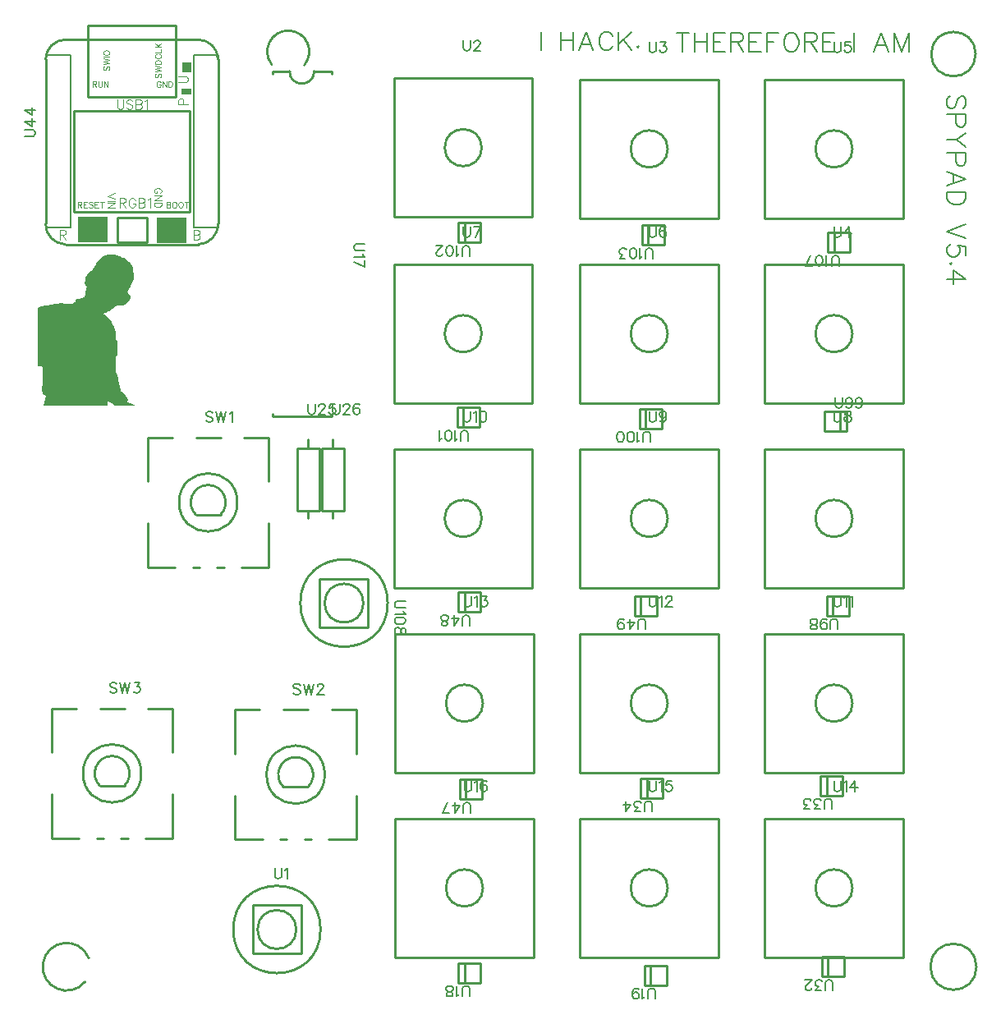
<source format=gto>
G04 Layer: TopSilkscreenLayer*
G04 EasyEDA v6.5.46, 2024-10-06 11:37:13*
G04 ab947d6f174c44c6bcda00e1859507e9,10*
G04 Gerber Generator version 0.2*
G04 Scale: 100 percent, Rotated: No, Reflected: No *
G04 Dimensions in millimeters *
G04 leading zeros omitted , absolute positions ,4 integer and 5 decimal *
%FSLAX45Y45*%
%MOMM*%

%ADD10C,0.2032*%
%ADD11C,0.1524*%
%ADD12C,0.0914*%
%ADD13C,0.1016*%
%ADD14C,0.1219*%
%ADD15C,0.0813*%
%ADD16C,0.2540*%
%ADD17C,0.1270*%
%ADD18C,0.0127*%

%LPD*%
G36*
X1478737Y10623448D02*
G01*
X1454607Y10623397D01*
X1449019Y10620908D01*
X1438910Y10620044D01*
X1434287Y10617200D01*
X1430426Y10617200D01*
X1426057Y10614609D01*
X1418691Y10613745D01*
X1414119Y10610951D01*
X1408582Y10610951D01*
X1399641Y10606532D01*
X1394104Y10602214D01*
X1383538Y10591800D01*
X1377696Y10588345D01*
X1368348Y10582249D01*
X1348892Y10562336D01*
X1338072Y10550753D01*
X1321562Y10527131D01*
X1318056Y10519460D01*
X1308912Y10506964D01*
X1299972Y10490301D01*
X1289202Y10467340D01*
X1280515Y10453878D01*
X1277264Y10451795D01*
X1272438Y10450830D01*
X1269593Y10449052D01*
X1260551Y10448036D01*
X1257249Y10445445D01*
X1255166Y10445445D01*
X1250137Y10442448D01*
X1239977Y10432542D01*
X1232662Y10422839D01*
X1229004Y10416540D01*
X1224686Y10406126D01*
X1221994Y10400233D01*
X1211783Y10373461D01*
X1208024Y10359542D01*
X1206703Y10348417D01*
X1205331Y10342829D01*
X1205280Y10324642D01*
X1207363Y10317835D01*
X1207363Y10314025D01*
X1211122Y10304627D01*
X1220571Y10294924D01*
X1223568Y10288828D01*
X1222756Y10277500D01*
X1216507Y10257332D01*
X1214374Y10246868D01*
X1211630Y10231577D01*
X1211529Y10218369D01*
X1209497Y10207244D01*
X1209446Y10201503D01*
X1203706Y10189159D01*
X1198321Y10181437D01*
X1192377Y10177221D01*
X1183132Y10176357D01*
X1177848Y10173512D01*
X1168247Y10173512D01*
X1163929Y10170871D01*
X1160627Y10169906D01*
X1152093Y10164622D01*
X1144930Y10163149D01*
X1136802Y10164470D01*
X1123442Y10164470D01*
X1116634Y10160863D01*
X1114298Y10158780D01*
X1107287Y10148417D01*
X1105204Y10139680D01*
X1099007Y10130485D01*
X1094638Y10124998D01*
X1088136Y10120833D01*
X1084630Y10119766D01*
X1081328Y10117175D01*
X1079398Y10117175D01*
X1073505Y10111943D01*
X1067866Y10108133D01*
X1008329Y10108133D01*
X1003960Y10110774D01*
X996848Y10111536D01*
X992174Y10114381D01*
X984097Y10114432D01*
X978408Y10117328D01*
X940003Y10116718D01*
X933907Y10114432D01*
X910793Y10114381D01*
X904544Y10111486D01*
X896874Y10110774D01*
X893419Y10108488D01*
X880618Y10107777D01*
X877773Y10105186D01*
X864869Y10104323D01*
X861466Y10101884D01*
X848207Y10101834D01*
X841959Y10098938D01*
X828040Y10098024D01*
X823569Y10095636D01*
X806399Y10095636D01*
X800912Y10092639D01*
X775868Y10091826D01*
X771448Y10089388D01*
X765708Y10089388D01*
X752246Y10083190D01*
X747166Y10082377D01*
X745439Y10080345D01*
X743204Y10080294D01*
X734872Y10076180D01*
X733298Y10076180D01*
X731672Y10074198D01*
X727913Y10073284D01*
X721766Y10069220D01*
X719226Y10065004D01*
X719226Y9474301D01*
X721614Y9471202D01*
X738327Y9470237D01*
X743661Y9467494D01*
X761949Y9468358D01*
X763524Y9467342D01*
X766470Y9462465D01*
X766521Y9420758D01*
X768553Y9413087D01*
X768604Y9392208D01*
X770636Y9382506D01*
X770636Y9308795D01*
X769213Y9303207D01*
X768400Y9273286D01*
X762406Y9254540D01*
X759358Y9244228D01*
X763676Y9223959D01*
X769264Y9194698D01*
X772058Y9186519D01*
X777697Y9179052D01*
X787704Y9171635D01*
X791870Y9169501D01*
X798525Y9163608D01*
X800557Y9159697D01*
X800557Y9154464D01*
X795680Y9133535D01*
X795680Y9129877D01*
X793597Y9123984D01*
X793597Y9119108D01*
X788517Y9098076D01*
X785825Y9089745D01*
X780288Y9069578D01*
X780288Y9063532D01*
X782828Y9061602D01*
X1435303Y9061551D01*
X1438605Y9064193D01*
X1439418Y9093200D01*
X1441043Y9098076D01*
X1441043Y9104325D01*
X1442415Y9109354D01*
X1445107Y9111742D01*
X1447952Y9110878D01*
X1462633Y9096349D01*
X1464462Y9096349D01*
X1471015Y9092844D01*
X1475181Y9092844D01*
X1480261Y9090710D01*
X1489303Y9089440D01*
X1492859Y9086850D01*
X1497076Y9079839D01*
X1502359Y9063990D01*
X1505153Y9061551D01*
X1716887Y9061551D01*
X1719173Y9064091D01*
X1719173Y9066174D01*
X1711401Y9073032D01*
X1708404Y9074200D01*
X1694942Y9080347D01*
X1692605Y9080347D01*
X1688236Y9082938D01*
X1682750Y9083954D01*
X1677517Y9086596D01*
X1672945Y9086596D01*
X1668780Y9089390D01*
X1665325Y9089390D01*
X1650695Y9096349D01*
X1649526Y9096349D01*
X1644142Y9100566D01*
X1643329Y9105036D01*
X1647901Y9116822D01*
X1647901Y9125204D01*
X1638300Y9142577D01*
X1626209Y9165082D01*
X1618386Y9176105D01*
X1614525Y9180118D01*
X1597355Y9195409D01*
X1595678Y9196374D01*
X1585214Y9206534D01*
X1577848Y9216847D01*
X1575257Y9222689D01*
X1573022Y9231579D01*
X1570329Y9239910D01*
X1568450Y9248292D01*
X1563319Y9266377D01*
X1559153Y9283039D01*
X1557375Y9292234D01*
X1556410Y9293809D01*
X1555140Y9303918D01*
X1551736Y9317837D01*
X1548282Y9335871D01*
X1546758Y9340748D01*
X1546758Y9344812D01*
X1544777Y9351873D01*
X1541272Y9367215D01*
X1536192Y9381794D01*
X1534922Y9387789D01*
X1532890Y9393834D01*
X1522984Y9415881D01*
X1520901Y9423501D01*
X1519682Y9429089D01*
X1519682Y9497212D01*
X1522526Y9512554D01*
X1524508Y9520275D01*
X1524508Y9568891D01*
X1536852Y9589414D01*
X1540154Y9599472D01*
X1540154Y9713518D01*
X1538427Y9718395D01*
X1537106Y9727692D01*
X1533601Y9734651D01*
X1528064Y9742017D01*
X1524508Y9749688D01*
X1524508Y9792157D01*
X1522374Y9800132D01*
X1522374Y9805314D01*
X1519631Y9816439D01*
X1519580Y9828225D01*
X1517548Y9835896D01*
X1517548Y9847935D01*
X1514602Y9857384D01*
X1509217Y9865360D01*
X1502562Y9873030D01*
X1492961Y9897770D01*
X1483309Y9918649D01*
X1477568Y9930485D01*
X1468831Y9943287D01*
X1463852Y9947097D01*
X1456436Y9957104D01*
X1448358Y9965385D01*
X1437538Y9977221D01*
X1434134Y9981793D01*
X1417370Y9998252D01*
X1415491Y9998252D01*
X1409395Y10001504D01*
X1405331Y10002520D01*
X1401064Y10005466D01*
X1399286Y10007600D01*
X1399286Y10011206D01*
X1402130Y10014254D01*
X1408074Y10014254D01*
X1419809Y10020249D01*
X1429715Y10026802D01*
X1431493Y10026802D01*
X1435811Y10029393D01*
X1439316Y10030460D01*
X1442974Y10033050D01*
X1444650Y10033050D01*
X1454607Y10039146D01*
X1463649Y10044125D01*
X1471980Y10048240D01*
X1476146Y10049154D01*
X1493570Y10057333D01*
X1501902Y10064038D01*
X1516024Y10082580D01*
X1524101Y10088626D01*
X1538020Y10095534D01*
X1550619Y10097160D01*
X1557528Y10096195D01*
X1596237Y10095534D01*
X1601317Y10098176D01*
X1608632Y10099040D01*
X1615236Y10102850D01*
X1622298Y10109200D01*
X1634642Y10117531D01*
X1642821Y10124287D01*
X1649171Y10134244D01*
X1655013Y10141204D01*
X1674164Y10167620D01*
X1677111Y10173157D01*
X1677111Y10187787D01*
X1673301Y10193629D01*
X1664462Y10204602D01*
X1658467Y10212832D01*
X1651762Y10219994D01*
X1648460Y10227411D01*
X1644091Y10234269D01*
X1644091Y10238079D01*
X1650187Y10247172D01*
X1657299Y10261295D01*
X1657299Y10262565D01*
X1660550Y10267746D01*
X1671675Y10289286D01*
X1674825Y10298328D01*
X1683054Y10315752D01*
X1691538Y10332415D01*
X1694637Y10336580D01*
X1697431Y10342168D01*
X1706676Y10369550D01*
X1706676Y10374426D01*
X1708759Y10382453D01*
X1708759Y10414558D01*
X1706676Y10422534D01*
X1706676Y10437215D01*
X1704644Y10445750D01*
X1701190Y10465917D01*
X1699717Y10470794D01*
X1699717Y10475823D01*
X1697634Y10481767D01*
X1697634Y10485120D01*
X1692656Y10500004D01*
X1691030Y10504170D01*
X1683512Y10518800D01*
X1679498Y10524693D01*
X1676044Y10527131D01*
X1665630Y10541254D01*
X1660398Y10545978D01*
X1649984Y10553750D01*
X1633880Y10569549D01*
X1620824Y10576052D01*
X1604822Y10583265D01*
X1599946Y10585704D01*
X1594866Y10586618D01*
X1593291Y10588548D01*
X1589481Y10589463D01*
X1581861Y10592968D01*
X1579778Y10594238D01*
X1564487Y10601198D01*
X1559610Y10602112D01*
X1555445Y10604652D01*
X1551228Y10604652D01*
X1546250Y10607344D01*
X1540814Y10608360D01*
X1535988Y10610951D01*
X1534007Y10610951D01*
X1520647Y10617301D01*
X1515567Y10619943D01*
X1509522Y10620857D01*
X1502867Y10623448D01*
G37*
D10*
X5905500Y12917678D02*
G01*
X5905500Y12723876D01*
X6108700Y12917678D02*
G01*
X6108700Y12723876D01*
X6237986Y12917678D02*
G01*
X6237986Y12723876D01*
X6108700Y12825476D02*
G01*
X6237986Y12825476D01*
X6372859Y12917678D02*
G01*
X6298945Y12723876D01*
X6372859Y12917678D02*
G01*
X6446774Y12723876D01*
X6326631Y12788392D02*
G01*
X6419088Y12788392D01*
X6646163Y12871450D02*
G01*
X6637020Y12889992D01*
X6618477Y12908534D01*
X6600190Y12917678D01*
X6563106Y12917678D01*
X6544563Y12908534D01*
X6526275Y12889992D01*
X6516877Y12871450D01*
X6507734Y12843763D01*
X6507734Y12797789D01*
X6516877Y12769850D01*
X6526275Y12751562D01*
X6544563Y12733020D01*
X6563106Y12723876D01*
X6600190Y12723876D01*
X6618477Y12733020D01*
X6637020Y12751562D01*
X6646163Y12769850D01*
X6707124Y12917678D02*
G01*
X6707124Y12723876D01*
X6836409Y12917678D02*
G01*
X6707124Y12788392D01*
X6753352Y12834620D02*
G01*
X6836409Y12723876D01*
X6906768Y12769850D02*
G01*
X6897370Y12760705D01*
X6906768Y12751562D01*
X6915911Y12760705D01*
X6906768Y12769850D01*
X7367270Y12904978D02*
G01*
X7367270Y12711176D01*
X7302500Y12904978D02*
G01*
X7431786Y12904978D01*
X7492745Y12904978D02*
G01*
X7492745Y12711176D01*
X7622031Y12904978D02*
G01*
X7622031Y12711176D01*
X7492745Y12812776D02*
G01*
X7622031Y12812776D01*
X7682991Y12904978D02*
G01*
X7682991Y12711176D01*
X7682991Y12904978D02*
G01*
X7803134Y12904978D01*
X7682991Y12812776D02*
G01*
X7756906Y12812776D01*
X7682991Y12711176D02*
G01*
X7803134Y12711176D01*
X7864093Y12904978D02*
G01*
X7864093Y12711176D01*
X7864093Y12904978D02*
G01*
X7947152Y12904978D01*
X7974838Y12895834D01*
X7984236Y12886689D01*
X7993379Y12868147D01*
X7993379Y12849605D01*
X7984236Y12831063D01*
X7974838Y12821920D01*
X7947152Y12812776D01*
X7864093Y12812776D01*
X7928609Y12812776D02*
G01*
X7993379Y12711176D01*
X8054340Y12904978D02*
G01*
X8054340Y12711176D01*
X8054340Y12904978D02*
G01*
X8174481Y12904978D01*
X8054340Y12812776D02*
G01*
X8128254Y12812776D01*
X8054340Y12711176D02*
G01*
X8174481Y12711176D01*
X8235441Y12904978D02*
G01*
X8235441Y12711176D01*
X8235441Y12904978D02*
G01*
X8355329Y12904978D01*
X8235441Y12812776D02*
G01*
X8309356Y12812776D01*
X8471915Y12904978D02*
G01*
X8453374Y12895834D01*
X8434831Y12877292D01*
X8425688Y12858750D01*
X8416290Y12831063D01*
X8416290Y12785089D01*
X8425688Y12757150D01*
X8434831Y12738862D01*
X8453374Y12720320D01*
X8471915Y12711176D01*
X8508745Y12711176D01*
X8527288Y12720320D01*
X8545829Y12738862D01*
X8554974Y12757150D01*
X8564118Y12785089D01*
X8564118Y12831063D01*
X8554974Y12858750D01*
X8545829Y12877292D01*
X8527288Y12895834D01*
X8508745Y12904978D01*
X8471915Y12904978D01*
X8625077Y12904978D02*
G01*
X8625077Y12711176D01*
X8625077Y12904978D02*
G01*
X8708390Y12904978D01*
X8736075Y12895834D01*
X8745220Y12886689D01*
X8754363Y12868147D01*
X8754363Y12849605D01*
X8745220Y12831063D01*
X8736075Y12821920D01*
X8708390Y12812776D01*
X8625077Y12812776D01*
X8689847Y12812776D02*
G01*
X8754363Y12711176D01*
X8815324Y12904978D02*
G01*
X8815324Y12711176D01*
X8815324Y12904978D02*
G01*
X8935465Y12904978D01*
X8815324Y12812776D02*
G01*
X8889238Y12812776D01*
X8815324Y12711176D02*
G01*
X8935465Y12711176D01*
X9138665Y12904978D02*
G01*
X9138665Y12711176D01*
X9415779Y12904978D02*
G01*
X9341865Y12711176D01*
X9415779Y12904978D02*
G01*
X9489693Y12711176D01*
X9369552Y12775692D02*
G01*
X9462008Y12775692D01*
X9550654Y12904978D02*
G01*
X9550654Y12711176D01*
X9550654Y12904978D02*
G01*
X9624568Y12711176D01*
X9698481Y12904978D02*
G01*
X9624568Y12711176D01*
X9698481Y12904978D02*
G01*
X9698481Y12711176D01*
X10261091Y12126213D02*
G01*
X10279634Y12144755D01*
X10288777Y12172442D01*
X10288777Y12209271D01*
X10279634Y12236958D01*
X10261091Y12255500D01*
X10242550Y12255500D01*
X10224261Y12246355D01*
X10214863Y12236958D01*
X10205720Y12218670D01*
X10187177Y12163044D01*
X10178034Y12144755D01*
X10168890Y12135358D01*
X10150347Y12126213D01*
X10122661Y12126213D01*
X10104120Y12144755D01*
X10094975Y12172442D01*
X10094975Y12209271D01*
X10104120Y12236958D01*
X10122661Y12255500D01*
X10288777Y12065254D02*
G01*
X10094975Y12065254D01*
X10288777Y12065254D02*
G01*
X10288777Y11982195D01*
X10279634Y11954510D01*
X10270490Y11945112D01*
X10251947Y11935968D01*
X10224261Y11935968D01*
X10205720Y11945112D01*
X10196575Y11954510D01*
X10187177Y11982195D01*
X10187177Y12065254D01*
X10288777Y11875008D02*
G01*
X10196575Y11801094D01*
X10094975Y11801094D01*
X10288777Y11727179D02*
G01*
X10196575Y11801094D01*
X10288777Y11666220D02*
G01*
X10094975Y11666220D01*
X10288777Y11666220D02*
G01*
X10288777Y11583162D01*
X10279634Y11555476D01*
X10270490Y11546078D01*
X10251947Y11536934D01*
X10224261Y11536934D01*
X10205720Y11546078D01*
X10196575Y11555476D01*
X10187177Y11583162D01*
X10187177Y11666220D01*
X10288777Y11402060D02*
G01*
X10094975Y11475974D01*
X10288777Y11402060D02*
G01*
X10094975Y11328145D01*
X10159491Y11448287D02*
G01*
X10159491Y11355831D01*
X10288777Y11267186D02*
G01*
X10094975Y11267186D01*
X10288777Y11267186D02*
G01*
X10288777Y11202670D01*
X10279634Y11174729D01*
X10261091Y11156442D01*
X10242550Y11147044D01*
X10214863Y11137900D01*
X10168890Y11137900D01*
X10140950Y11147044D01*
X10122661Y11156442D01*
X10104120Y11174729D01*
X10094975Y11202670D01*
X10094975Y11267186D01*
X10288777Y10934700D02*
G01*
X10094975Y10860786D01*
X10288777Y10786871D02*
G01*
X10094975Y10860786D01*
X10288777Y10615168D02*
G01*
X10288777Y10707370D01*
X10205720Y10716768D01*
X10214863Y10707370D01*
X10224261Y10679684D01*
X10224261Y10651997D01*
X10214863Y10624312D01*
X10196575Y10605770D01*
X10168890Y10596626D01*
X10150347Y10596626D01*
X10122661Y10605770D01*
X10104120Y10624312D01*
X10094975Y10651997D01*
X10094975Y10679684D01*
X10104120Y10707370D01*
X10113263Y10716768D01*
X10131806Y10725912D01*
X10140950Y10526521D02*
G01*
X10131806Y10535665D01*
X10122661Y10526521D01*
X10131806Y10517124D01*
X10140950Y10526521D01*
X10288777Y10363962D02*
G01*
X10159491Y10456163D01*
X10159491Y10317734D01*
X10288777Y10363962D02*
G01*
X10094975Y10363962D01*
D11*
X3162300Y4293615D02*
G01*
X3162300Y4215637D01*
X3167379Y4200144D01*
X3177793Y4189729D01*
X3193541Y4184650D01*
X3203956Y4184650D01*
X3219450Y4189729D01*
X3229863Y4200144D01*
X3234943Y4215637D01*
X3234943Y4293615D01*
X3269234Y4272787D02*
G01*
X3279647Y4278121D01*
X3295395Y4293615D01*
X3295395Y4184650D01*
X4509515Y7048500D02*
G01*
X4431538Y7048500D01*
X4416043Y7043420D01*
X4405629Y7033005D01*
X4400550Y7017258D01*
X4400550Y7006844D01*
X4405629Y6991350D01*
X4416043Y6980936D01*
X4431538Y6975855D01*
X4509515Y6975855D01*
X4488688Y6941565D02*
G01*
X4494022Y6931152D01*
X4509515Y6915404D01*
X4400550Y6915404D01*
X4509515Y6850126D02*
G01*
X4504436Y6865620D01*
X4488688Y6876034D01*
X4462779Y6881113D01*
X4447286Y6881113D01*
X4421124Y6876034D01*
X4405629Y6865620D01*
X4400550Y6850126D01*
X4400550Y6839712D01*
X4405629Y6823963D01*
X4421124Y6813550D01*
X4447286Y6808470D01*
X4462779Y6808470D01*
X4488688Y6813550D01*
X4504436Y6823963D01*
X4509515Y6839712D01*
X4509515Y6850126D01*
X4509515Y6748271D02*
G01*
X4504436Y6763765D01*
X4494022Y6769100D01*
X4483608Y6769100D01*
X4473193Y6763765D01*
X4467859Y6753352D01*
X4462779Y6732523D01*
X4457700Y6717029D01*
X4447286Y6706615D01*
X4436872Y6701536D01*
X4421124Y6701536D01*
X4410709Y6706615D01*
X4405629Y6711950D01*
X4400550Y6727444D01*
X4400550Y6748271D01*
X4405629Y6763765D01*
X4410709Y6769100D01*
X4421124Y6774179D01*
X4436872Y6774179D01*
X4447286Y6769100D01*
X4457700Y6758686D01*
X4462779Y6742937D01*
X4467859Y6722110D01*
X4473193Y6711950D01*
X4483608Y6706615D01*
X4494022Y6706615D01*
X4504436Y6711950D01*
X4509515Y6727444D01*
X4509515Y6748271D01*
X3505200Y9081515D02*
G01*
X3505200Y9003537D01*
X3510279Y8988044D01*
X3520693Y8977629D01*
X3536441Y8972550D01*
X3546856Y8972550D01*
X3562350Y8977629D01*
X3572763Y8988044D01*
X3577843Y9003537D01*
X3577843Y9081515D01*
X3617468Y9055608D02*
G01*
X3617468Y9060687D01*
X3622547Y9071102D01*
X3627881Y9076436D01*
X3638295Y9081515D01*
X3658870Y9081515D01*
X3669284Y9076436D01*
X3674618Y9071102D01*
X3679697Y9060687D01*
X3679697Y9050274D01*
X3674618Y9039860D01*
X3664204Y9024365D01*
X3612134Y8972550D01*
X3685031Y8972550D01*
X3781552Y9081515D02*
G01*
X3729736Y9081515D01*
X3724402Y9034779D01*
X3729736Y9039860D01*
X3745229Y9045194D01*
X3760724Y9045194D01*
X3776472Y9039860D01*
X3786886Y9029700D01*
X3791965Y9013952D01*
X3791965Y9003537D01*
X3786886Y8988044D01*
X3776472Y8977629D01*
X3760724Y8972550D01*
X3745229Y8972550D01*
X3729736Y8977629D01*
X3724402Y8982710D01*
X3719322Y8993124D01*
X3759200Y9081515D02*
G01*
X3759200Y9003537D01*
X3764279Y8988044D01*
X3774693Y8977629D01*
X3790441Y8972550D01*
X3800856Y8972550D01*
X3816350Y8977629D01*
X3826763Y8988044D01*
X3831843Y9003537D01*
X3831843Y9081515D01*
X3871468Y9055608D02*
G01*
X3871468Y9060687D01*
X3876547Y9071102D01*
X3881881Y9076436D01*
X3892295Y9081515D01*
X3912870Y9081515D01*
X3923284Y9076436D01*
X3928618Y9071102D01*
X3933697Y9060687D01*
X3933697Y9050274D01*
X3928618Y9039860D01*
X3918204Y9024365D01*
X3866134Y8972550D01*
X3939031Y8972550D01*
X4035552Y9066021D02*
G01*
X4030472Y9076436D01*
X4014724Y9081515D01*
X4004309Y9081515D01*
X3988815Y9076436D01*
X3978402Y9060687D01*
X3973322Y9034779D01*
X3973322Y9008871D01*
X3978402Y8988044D01*
X3988815Y8977629D01*
X4004309Y8972550D01*
X4009643Y8972550D01*
X4025138Y8977629D01*
X4035552Y8988044D01*
X4040886Y9003537D01*
X4040886Y9008871D01*
X4035552Y9024365D01*
X4025138Y9034779D01*
X4009643Y9039860D01*
X4004309Y9039860D01*
X3988815Y9034779D01*
X3978402Y9024365D01*
X3973322Y9008871D01*
X5168900Y2970784D02*
G01*
X5168900Y3048762D01*
X5163820Y3064255D01*
X5153406Y3074670D01*
X5137658Y3079750D01*
X5127243Y3079750D01*
X5111750Y3074670D01*
X5101336Y3064255D01*
X5096256Y3048762D01*
X5096256Y2970784D01*
X5061965Y2991612D02*
G01*
X5051552Y2986278D01*
X5035804Y2970784D01*
X5035804Y3079750D01*
X4975606Y2970784D02*
G01*
X4991100Y2975863D01*
X4996434Y2986278D01*
X4996434Y2996692D01*
X4991100Y3007105D01*
X4980940Y3012439D01*
X4960111Y3017520D01*
X4944363Y3022600D01*
X4933950Y3033013D01*
X4928870Y3043428D01*
X4928870Y3059176D01*
X4933950Y3069589D01*
X4939284Y3074670D01*
X4954777Y3079750D01*
X4975606Y3079750D01*
X4991100Y3074670D01*
X4996434Y3069589D01*
X5001513Y3059176D01*
X5001513Y3043428D01*
X4996434Y3033013D01*
X4986020Y3022600D01*
X4970525Y3017520D01*
X4949697Y3012439D01*
X4939284Y3007105D01*
X4933950Y2996692D01*
X4933950Y2986278D01*
X4939284Y2975863D01*
X4954777Y2970784D01*
X4975606Y2970784D01*
X7086600Y2945384D02*
G01*
X7086600Y3023362D01*
X7081520Y3038855D01*
X7071106Y3049270D01*
X7055358Y3054350D01*
X7044943Y3054350D01*
X7029450Y3049270D01*
X7019036Y3038855D01*
X7013956Y3023362D01*
X7013956Y2945384D01*
X6979665Y2966212D02*
G01*
X6969252Y2960878D01*
X6953504Y2945384D01*
X6953504Y3054350D01*
X6851650Y2981705D02*
G01*
X6856984Y2997200D01*
X6867397Y3007613D01*
X6882891Y3012947D01*
X6888225Y3012947D01*
X6903720Y3007613D01*
X6914134Y2997200D01*
X6919213Y2981705D01*
X6919213Y2976626D01*
X6914134Y2960878D01*
X6903720Y2950463D01*
X6888225Y2945384D01*
X6882891Y2945384D01*
X6867397Y2950463D01*
X6856984Y2960878D01*
X6851650Y2981705D01*
X6851650Y3007613D01*
X6856984Y3033776D01*
X6867397Y3049270D01*
X6882891Y3054350D01*
X6893306Y3054350D01*
X6908800Y3049270D01*
X6914134Y3038855D01*
X8915400Y3034284D02*
G01*
X8915400Y3112262D01*
X8910320Y3127755D01*
X8899906Y3138170D01*
X8884158Y3143250D01*
X8873743Y3143250D01*
X8858250Y3138170D01*
X8847836Y3127755D01*
X8842756Y3112262D01*
X8842756Y3034284D01*
X8798052Y3034284D02*
G01*
X8740902Y3034284D01*
X8771890Y3075939D01*
X8756395Y3075939D01*
X8745981Y3081020D01*
X8740902Y3086100D01*
X8735568Y3101847D01*
X8735568Y3112262D01*
X8740902Y3127755D01*
X8751315Y3138170D01*
X8766809Y3143250D01*
X8782304Y3143250D01*
X8798052Y3138170D01*
X8803131Y3133089D01*
X8808465Y3122676D01*
X8696197Y3060192D02*
G01*
X8696197Y3055112D01*
X8690863Y3044697D01*
X8685784Y3039363D01*
X8675370Y3034284D01*
X8654541Y3034284D01*
X8644127Y3039363D01*
X8639047Y3044697D01*
X8633713Y3055112D01*
X8633713Y3065526D01*
X8639047Y3075939D01*
X8649461Y3091434D01*
X8701277Y3143250D01*
X8628634Y3143250D01*
X8902700Y4901184D02*
G01*
X8902700Y4979162D01*
X8897620Y4994655D01*
X8887206Y5005070D01*
X8871458Y5010150D01*
X8861043Y5010150D01*
X8845550Y5005070D01*
X8835136Y4994655D01*
X8830056Y4979162D01*
X8830056Y4901184D01*
X8785352Y4901184D02*
G01*
X8728202Y4901184D01*
X8759190Y4942839D01*
X8743695Y4942839D01*
X8733281Y4947920D01*
X8728202Y4953000D01*
X8722868Y4968747D01*
X8722868Y4979162D01*
X8728202Y4994655D01*
X8738615Y5005070D01*
X8754109Y5010150D01*
X8769604Y5010150D01*
X8785352Y5005070D01*
X8790431Y4999989D01*
X8795765Y4989576D01*
X8678163Y4901184D02*
G01*
X8621013Y4901184D01*
X8652256Y4942839D01*
X8636761Y4942839D01*
X8626347Y4947920D01*
X8621013Y4953000D01*
X8615934Y4968747D01*
X8615934Y4979162D01*
X8621013Y4994655D01*
X8631427Y5005070D01*
X8647175Y5010150D01*
X8662670Y5010150D01*
X8678163Y5005070D01*
X8683497Y4999989D01*
X8688577Y4989576D01*
X7048500Y4875784D02*
G01*
X7048500Y4953762D01*
X7043420Y4969255D01*
X7033006Y4979670D01*
X7017258Y4984750D01*
X7006843Y4984750D01*
X6991350Y4979670D01*
X6980936Y4969255D01*
X6975856Y4953762D01*
X6975856Y4875784D01*
X6931152Y4875784D02*
G01*
X6874002Y4875784D01*
X6904990Y4917439D01*
X6889495Y4917439D01*
X6879081Y4922520D01*
X6874002Y4927600D01*
X6868668Y4943347D01*
X6868668Y4953762D01*
X6874002Y4969255D01*
X6884415Y4979670D01*
X6899909Y4984750D01*
X6915404Y4984750D01*
X6931152Y4979670D01*
X6936231Y4974589D01*
X6941565Y4964176D01*
X6782561Y4875784D02*
G01*
X6834377Y4948428D01*
X6756400Y4948428D01*
X6782561Y4875784D02*
G01*
X6782561Y4984750D01*
X5181600Y4863084D02*
G01*
X5181600Y4941062D01*
X5176520Y4956555D01*
X5166106Y4966970D01*
X5150358Y4972050D01*
X5139943Y4972050D01*
X5124450Y4966970D01*
X5114036Y4956555D01*
X5108956Y4941062D01*
X5108956Y4863084D01*
X5022595Y4863084D02*
G01*
X5074665Y4935728D01*
X4996688Y4935728D01*
X5022595Y4863084D02*
G01*
X5022595Y4972050D01*
X4889500Y4863084D02*
G01*
X4941570Y4972050D01*
X4962397Y4863084D02*
G01*
X4889500Y4863084D01*
X5168900Y6793484D02*
G01*
X5168900Y6871462D01*
X5163820Y6886955D01*
X5153406Y6897370D01*
X5137658Y6902450D01*
X5127243Y6902450D01*
X5111750Y6897370D01*
X5101336Y6886955D01*
X5096256Y6871462D01*
X5096256Y6793484D01*
X5009895Y6793484D02*
G01*
X5061965Y6866128D01*
X4983988Y6866128D01*
X5009895Y6793484D02*
G01*
X5009895Y6902450D01*
X4923790Y6793484D02*
G01*
X4939284Y6798563D01*
X4944363Y6808978D01*
X4944363Y6819392D01*
X4939284Y6829805D01*
X4928870Y6835139D01*
X4908041Y6840220D01*
X4892547Y6845300D01*
X4882134Y6855713D01*
X4876800Y6866128D01*
X4876800Y6881876D01*
X4882134Y6892289D01*
X4887213Y6897370D01*
X4902961Y6902450D01*
X4923790Y6902450D01*
X4939284Y6897370D01*
X4944363Y6892289D01*
X4949697Y6881876D01*
X4949697Y6866128D01*
X4944363Y6855713D01*
X4933950Y6845300D01*
X4918456Y6840220D01*
X4897627Y6835139D01*
X4887213Y6829805D01*
X4882134Y6819392D01*
X4882134Y6808978D01*
X4887213Y6798563D01*
X4902961Y6793484D01*
X4923790Y6793484D01*
X6985000Y6755384D02*
G01*
X6985000Y6833362D01*
X6979920Y6848855D01*
X6969506Y6859270D01*
X6953758Y6864350D01*
X6943343Y6864350D01*
X6927850Y6859270D01*
X6917436Y6848855D01*
X6912356Y6833362D01*
X6912356Y6755384D01*
X6825995Y6755384D02*
G01*
X6878065Y6828028D01*
X6800088Y6828028D01*
X6825995Y6755384D02*
G01*
X6825995Y6864350D01*
X6698234Y6791705D02*
G01*
X6703313Y6807200D01*
X6713727Y6817613D01*
X6729475Y6822947D01*
X6734556Y6822947D01*
X6750050Y6817613D01*
X6760463Y6807200D01*
X6765797Y6791705D01*
X6765797Y6786626D01*
X6760463Y6770878D01*
X6750050Y6760463D01*
X6734556Y6755384D01*
X6729475Y6755384D01*
X6713727Y6760463D01*
X6703313Y6770878D01*
X6698234Y6791705D01*
X6698234Y6817613D01*
X6703313Y6843776D01*
X6713727Y6859270D01*
X6729475Y6864350D01*
X6739890Y6864350D01*
X6755384Y6859270D01*
X6760463Y6848855D01*
X8966200Y6755384D02*
G01*
X8966200Y6833362D01*
X8961120Y6848855D01*
X8950706Y6859270D01*
X8934958Y6864350D01*
X8924543Y6864350D01*
X8909050Y6859270D01*
X8898636Y6848855D01*
X8893556Y6833362D01*
X8893556Y6755384D01*
X8791702Y6791705D02*
G01*
X8796781Y6807200D01*
X8807195Y6817613D01*
X8822690Y6822947D01*
X8828024Y6822947D01*
X8843518Y6817613D01*
X8853931Y6807200D01*
X8859265Y6791705D01*
X8859265Y6786626D01*
X8853931Y6770878D01*
X8843518Y6760463D01*
X8828024Y6755384D01*
X8822690Y6755384D01*
X8807195Y6760463D01*
X8796781Y6770878D01*
X8791702Y6791705D01*
X8791702Y6817613D01*
X8796781Y6843776D01*
X8807195Y6859270D01*
X8822690Y6864350D01*
X8833104Y6864350D01*
X8848852Y6859270D01*
X8853931Y6848855D01*
X8731250Y6755384D02*
G01*
X8746997Y6760463D01*
X8752077Y6770878D01*
X8752077Y6781292D01*
X8746997Y6791705D01*
X8736584Y6797039D01*
X8715756Y6802120D01*
X8700261Y6807200D01*
X8689847Y6817613D01*
X8684513Y6828028D01*
X8684513Y6843776D01*
X8689847Y6854189D01*
X8694927Y6859270D01*
X8710675Y6864350D01*
X8731250Y6864350D01*
X8746997Y6859270D01*
X8752077Y6854189D01*
X8757411Y6843776D01*
X8757411Y6828028D01*
X8752077Y6817613D01*
X8741663Y6807200D01*
X8726170Y6802120D01*
X8705341Y6797039D01*
X8694927Y6791705D01*
X8689847Y6781292D01*
X8689847Y6770878D01*
X8694927Y6760463D01*
X8710675Y6755384D01*
X8731250Y6755384D01*
X8940800Y9145015D02*
G01*
X8940800Y9067037D01*
X8945879Y9051544D01*
X8956293Y9041129D01*
X8972041Y9036050D01*
X8982456Y9036050D01*
X8997950Y9041129D01*
X9008363Y9051544D01*
X9013443Y9067037D01*
X9013443Y9145015D01*
X9115297Y9108694D02*
G01*
X9110218Y9093200D01*
X9099804Y9082786D01*
X9084309Y9077452D01*
X9078975Y9077452D01*
X9063481Y9082786D01*
X9053068Y9093200D01*
X9047734Y9108694D01*
X9047734Y9113774D01*
X9053068Y9129521D01*
X9063481Y9139936D01*
X9078975Y9145015D01*
X9084309Y9145015D01*
X9099804Y9139936D01*
X9110218Y9129521D01*
X9115297Y9108694D01*
X9115297Y9082786D01*
X9110218Y9056624D01*
X9099804Y9041129D01*
X9084309Y9036050D01*
X9073895Y9036050D01*
X9058147Y9041129D01*
X9053068Y9051544D01*
X9217152Y9108694D02*
G01*
X9212072Y9093200D01*
X9201658Y9082786D01*
X9185909Y9077452D01*
X9180829Y9077452D01*
X9165336Y9082786D01*
X9154922Y9093200D01*
X9149588Y9108694D01*
X9149588Y9113774D01*
X9154922Y9129521D01*
X9165336Y9139936D01*
X9180829Y9145015D01*
X9185909Y9145015D01*
X9201658Y9139936D01*
X9212072Y9129521D01*
X9217152Y9108694D01*
X9217152Y9082786D01*
X9212072Y9056624D01*
X9201658Y9041129D01*
X9185909Y9036050D01*
X9175750Y9036050D01*
X9160002Y9041129D01*
X9154922Y9051544D01*
X7035800Y8685784D02*
G01*
X7035800Y8763762D01*
X7030720Y8779255D01*
X7020306Y8789670D01*
X7004558Y8794750D01*
X6994143Y8794750D01*
X6978650Y8789670D01*
X6968236Y8779255D01*
X6963156Y8763762D01*
X6963156Y8685784D01*
X6928865Y8706612D02*
G01*
X6918452Y8701278D01*
X6902704Y8685784D01*
X6902704Y8794750D01*
X6837425Y8685784D02*
G01*
X6852920Y8690863D01*
X6863334Y8706612D01*
X6868413Y8732520D01*
X6868413Y8748013D01*
X6863334Y8774176D01*
X6852920Y8789670D01*
X6837425Y8794750D01*
X6827011Y8794750D01*
X6811263Y8789670D01*
X6800850Y8774176D01*
X6795770Y8748013D01*
X6795770Y8732520D01*
X6800850Y8706612D01*
X6811263Y8690863D01*
X6827011Y8685784D01*
X6837425Y8685784D01*
X6730238Y8685784D02*
G01*
X6745986Y8690863D01*
X6756400Y8706612D01*
X6761479Y8732520D01*
X6761479Y8748013D01*
X6756400Y8774176D01*
X6745986Y8789670D01*
X6730238Y8794750D01*
X6719824Y8794750D01*
X6704329Y8789670D01*
X6693915Y8774176D01*
X6688836Y8748013D01*
X6688836Y8732520D01*
X6693915Y8706612D01*
X6704329Y8690863D01*
X6719824Y8685784D01*
X6730238Y8685784D01*
X5156200Y8698484D02*
G01*
X5156200Y8776462D01*
X5151120Y8791955D01*
X5140706Y8802370D01*
X5124958Y8807450D01*
X5114543Y8807450D01*
X5099050Y8802370D01*
X5088636Y8791955D01*
X5083556Y8776462D01*
X5083556Y8698484D01*
X5049265Y8719312D02*
G01*
X5038852Y8713978D01*
X5023104Y8698484D01*
X5023104Y8807450D01*
X4957825Y8698484D02*
G01*
X4973320Y8703563D01*
X4983734Y8719312D01*
X4988813Y8745220D01*
X4988813Y8760713D01*
X4983734Y8786876D01*
X4973320Y8802370D01*
X4957825Y8807450D01*
X4947411Y8807450D01*
X4931663Y8802370D01*
X4921250Y8786876D01*
X4916170Y8760713D01*
X4916170Y8745220D01*
X4921250Y8719312D01*
X4931663Y8703563D01*
X4947411Y8698484D01*
X4957825Y8698484D01*
X4881879Y8719312D02*
G01*
X4871465Y8713978D01*
X4855972Y8698484D01*
X4855972Y8807450D01*
X5168900Y10603484D02*
G01*
X5168900Y10681462D01*
X5163820Y10696955D01*
X5153406Y10707370D01*
X5137658Y10712450D01*
X5127243Y10712450D01*
X5111750Y10707370D01*
X5101336Y10696955D01*
X5096256Y10681462D01*
X5096256Y10603484D01*
X5061965Y10624312D02*
G01*
X5051552Y10618978D01*
X5035804Y10603484D01*
X5035804Y10712450D01*
X4970525Y10603484D02*
G01*
X4986020Y10608563D01*
X4996434Y10624312D01*
X5001513Y10650220D01*
X5001513Y10665713D01*
X4996434Y10691876D01*
X4986020Y10707370D01*
X4970525Y10712450D01*
X4960111Y10712450D01*
X4944363Y10707370D01*
X4933950Y10691876D01*
X4928870Y10665713D01*
X4928870Y10650220D01*
X4933950Y10624312D01*
X4944363Y10608563D01*
X4960111Y10603484D01*
X4970525Y10603484D01*
X4889500Y10629392D02*
G01*
X4889500Y10624312D01*
X4884165Y10613897D01*
X4879086Y10608563D01*
X4868672Y10603484D01*
X4847843Y10603484D01*
X4837429Y10608563D01*
X4832350Y10613897D01*
X4827015Y10624312D01*
X4827015Y10634726D01*
X4832350Y10645139D01*
X4842509Y10660634D01*
X4894579Y10712450D01*
X4821936Y10712450D01*
X7061200Y10578084D02*
G01*
X7061200Y10656062D01*
X7056120Y10671555D01*
X7045706Y10681970D01*
X7029958Y10687050D01*
X7019543Y10687050D01*
X7004050Y10681970D01*
X6993636Y10671555D01*
X6988556Y10656062D01*
X6988556Y10578084D01*
X6954265Y10598912D02*
G01*
X6943852Y10593578D01*
X6928104Y10578084D01*
X6928104Y10687050D01*
X6862825Y10578084D02*
G01*
X6878320Y10583163D01*
X6888734Y10598912D01*
X6893813Y10624820D01*
X6893813Y10640313D01*
X6888734Y10666476D01*
X6878320Y10681970D01*
X6862825Y10687050D01*
X6852411Y10687050D01*
X6836663Y10681970D01*
X6826250Y10666476D01*
X6821170Y10640313D01*
X6821170Y10624820D01*
X6826250Y10598912D01*
X6836663Y10583163D01*
X6852411Y10578084D01*
X6862825Y10578084D01*
X6776465Y10578084D02*
G01*
X6719315Y10578084D01*
X6750558Y10619739D01*
X6734809Y10619739D01*
X6724650Y10624820D01*
X6719315Y10629900D01*
X6714236Y10645647D01*
X6714236Y10656062D01*
X6719315Y10671555D01*
X6729729Y10681970D01*
X6745224Y10687050D01*
X6760972Y10687050D01*
X6776465Y10681970D01*
X6781800Y10676889D01*
X6786879Y10666476D01*
X8978900Y10501884D02*
G01*
X8978900Y10579862D01*
X8973820Y10595355D01*
X8963406Y10605770D01*
X8947658Y10610850D01*
X8937243Y10610850D01*
X8921750Y10605770D01*
X8911336Y10595355D01*
X8906256Y10579862D01*
X8906256Y10501884D01*
X8871965Y10522712D02*
G01*
X8861552Y10517378D01*
X8845804Y10501884D01*
X8845804Y10610850D01*
X8780525Y10501884D02*
G01*
X8796020Y10506963D01*
X8806434Y10522712D01*
X8811513Y10548620D01*
X8811513Y10564113D01*
X8806434Y10590276D01*
X8796020Y10605770D01*
X8780525Y10610850D01*
X8770111Y10610850D01*
X8754363Y10605770D01*
X8743950Y10590276D01*
X8738870Y10564113D01*
X8738870Y10548620D01*
X8743950Y10522712D01*
X8754363Y10506963D01*
X8770111Y10501884D01*
X8780525Y10501884D01*
X8631936Y10501884D02*
G01*
X8683752Y10610850D01*
X8704579Y10501884D02*
G01*
X8631936Y10501884D01*
X583184Y11836400D02*
G01*
X661162Y11836400D01*
X676655Y11841479D01*
X687070Y11851894D01*
X692150Y11867642D01*
X692150Y11878055D01*
X687070Y11893550D01*
X676655Y11903963D01*
X661162Y11909044D01*
X583184Y11909044D01*
X583184Y11995404D02*
G01*
X655828Y11943334D01*
X655828Y12021312D01*
X583184Y11995404D02*
G01*
X692150Y11995404D01*
X583184Y12107671D02*
G01*
X655828Y12055602D01*
X655828Y12133579D01*
X583184Y12107671D02*
G01*
X692150Y12107671D01*
D12*
X1938527Y12486386D02*
G01*
X1932686Y12480544D01*
X1929892Y12471908D01*
X1929892Y12460478D01*
X1932686Y12451842D01*
X1938527Y12446000D01*
X1944370Y12446000D01*
X1949958Y12448794D01*
X1953006Y12451842D01*
X1955800Y12457429D01*
X1961641Y12474955D01*
X1964436Y12480544D01*
X1967229Y12483592D01*
X1973072Y12486386D01*
X1981708Y12486386D01*
X1987550Y12480544D01*
X1990343Y12471908D01*
X1990343Y12460478D01*
X1987550Y12451842D01*
X1981708Y12446000D01*
X1929892Y12505436D02*
G01*
X1990343Y12519913D01*
X1929892Y12534392D02*
G01*
X1990343Y12519913D01*
X1929892Y12534392D02*
G01*
X1990343Y12548870D01*
X1929892Y12563094D02*
G01*
X1990343Y12548870D01*
X1929892Y12582144D02*
G01*
X1990343Y12582144D01*
X1929892Y12582144D02*
G01*
X1929892Y12602463D01*
X1932686Y12611100D01*
X1938527Y12616942D01*
X1944370Y12619736D01*
X1953006Y12622529D01*
X1967229Y12622529D01*
X1976120Y12619736D01*
X1981708Y12616942D01*
X1987550Y12611100D01*
X1990343Y12602463D01*
X1990343Y12582144D01*
X1944370Y12685013D02*
G01*
X1938527Y12682220D01*
X1932686Y12676378D01*
X1929892Y12670536D01*
X1929892Y12659105D01*
X1932686Y12653263D01*
X1938527Y12647421D01*
X1944370Y12644628D01*
X1953006Y12641579D01*
X1967229Y12641579D01*
X1976120Y12644628D01*
X1981708Y12647421D01*
X1987550Y12653263D01*
X1990343Y12659105D01*
X1990343Y12670536D01*
X1987550Y12676378D01*
X1981708Y12682220D01*
X1976120Y12685013D01*
X1929892Y12704063D02*
G01*
X1990343Y12704063D01*
X1990343Y12704063D02*
G01*
X1990343Y12738608D01*
X1929892Y12757658D02*
G01*
X1990343Y12757658D01*
X1929892Y12798044D02*
G01*
X1970277Y12757658D01*
X1955800Y12772136D02*
G01*
X1990343Y12798044D01*
X1986279Y12393929D02*
G01*
X1983486Y12399771D01*
X1977643Y12405613D01*
X1972056Y12408408D01*
X1960372Y12408408D01*
X1954529Y12405613D01*
X1948941Y12399771D01*
X1945893Y12393929D01*
X1943100Y12385294D01*
X1943100Y12371070D01*
X1945893Y12362179D01*
X1948941Y12356592D01*
X1954529Y12350750D01*
X1960372Y12347955D01*
X1972056Y12347955D01*
X1977643Y12350750D01*
X1983486Y12356592D01*
X1986279Y12362179D01*
X1986279Y12371070D01*
X1972056Y12371070D02*
G01*
X1986279Y12371070D01*
X2005329Y12408408D02*
G01*
X2005329Y12347955D01*
X2005329Y12408408D02*
G01*
X2045970Y12347955D01*
X2045970Y12408408D02*
G01*
X2045970Y12347955D01*
X2065020Y12408408D02*
G01*
X2065020Y12347955D01*
X2065020Y12408408D02*
G01*
X2085086Y12408408D01*
X2093722Y12405613D01*
X2099563Y12399771D01*
X2102358Y12393929D01*
X2105406Y12385294D01*
X2105406Y12371070D01*
X2102358Y12362179D01*
X2099563Y12356592D01*
X2093722Y12350750D01*
X2085086Y12347955D01*
X2065020Y12347955D01*
X1405128Y12562586D02*
G01*
X1399286Y12556744D01*
X1396492Y12548108D01*
X1396492Y12536678D01*
X1399286Y12528042D01*
X1405128Y12522200D01*
X1410970Y12522200D01*
X1416557Y12524994D01*
X1419605Y12528042D01*
X1422400Y12533629D01*
X1428242Y12551155D01*
X1431036Y12556744D01*
X1433829Y12559792D01*
X1439671Y12562586D01*
X1448307Y12562586D01*
X1454150Y12556744D01*
X1456944Y12548108D01*
X1456944Y12536678D01*
X1454150Y12528042D01*
X1448307Y12522200D01*
X1396492Y12581636D02*
G01*
X1456944Y12596113D01*
X1396492Y12610592D02*
G01*
X1456944Y12596113D01*
X1396492Y12610592D02*
G01*
X1456944Y12625070D01*
X1396492Y12639294D02*
G01*
X1456944Y12625070D01*
X1396492Y12658344D02*
G01*
X1456944Y12658344D01*
X1396492Y12694920D02*
G01*
X1399286Y12689078D01*
X1405128Y12683236D01*
X1410970Y12680442D01*
X1419605Y12677394D01*
X1433829Y12677394D01*
X1442720Y12680442D01*
X1448307Y12683236D01*
X1454150Y12689078D01*
X1456944Y12694920D01*
X1456944Y12706350D01*
X1454150Y12712192D01*
X1448307Y12717779D01*
X1442720Y12720828D01*
X1433829Y12723621D01*
X1419605Y12723621D01*
X1410970Y12720828D01*
X1405128Y12717779D01*
X1399286Y12712192D01*
X1396492Y12706350D01*
X1396492Y12694920D01*
X1282700Y12408408D02*
G01*
X1282700Y12347955D01*
X1282700Y12408408D02*
G01*
X1308607Y12408408D01*
X1317244Y12405613D01*
X1320292Y12402820D01*
X1323086Y12396978D01*
X1323086Y12391136D01*
X1320292Y12385294D01*
X1317244Y12382500D01*
X1308607Y12379705D01*
X1282700Y12379705D01*
X1303020Y12379705D02*
G01*
X1323086Y12347955D01*
X1342136Y12408408D02*
G01*
X1342136Y12365228D01*
X1344929Y12356592D01*
X1350771Y12350750D01*
X1359407Y12347955D01*
X1365250Y12347955D01*
X1373886Y12350750D01*
X1379728Y12356592D01*
X1382521Y12365228D01*
X1382521Y12408408D01*
X1401571Y12408408D02*
G01*
X1401571Y12347955D01*
X1401571Y12408408D02*
G01*
X1441957Y12347955D01*
X1441957Y12408408D02*
G01*
X1441957Y12347955D01*
D13*
X1977237Y11251133D02*
G01*
X1984095Y11254435D01*
X1991207Y11261547D01*
X1994509Y11268405D01*
X1994509Y11282121D01*
X1991207Y11289233D01*
X1984095Y11296091D01*
X1977237Y11299647D01*
X1966823Y11302949D01*
X1949551Y11302949D01*
X1939137Y11299647D01*
X1932279Y11296091D01*
X1925421Y11289233D01*
X1921865Y11282121D01*
X1921865Y11268405D01*
X1925421Y11261547D01*
X1932279Y11254435D01*
X1939137Y11251133D01*
X1949551Y11251133D01*
X1949551Y11268405D02*
G01*
X1949551Y11251133D01*
X1994509Y11228273D02*
G01*
X1921865Y11228273D01*
X1994509Y11228273D02*
G01*
X1921865Y11179759D01*
X1994509Y11179759D02*
G01*
X1921865Y11179759D01*
X1994509Y11156899D02*
G01*
X1921865Y11156899D01*
X1994509Y11156899D02*
G01*
X1994509Y11132515D01*
X1991207Y11122101D01*
X1984095Y11115243D01*
X1977237Y11111687D01*
X1966823Y11108385D01*
X1949551Y11108385D01*
X1939137Y11111687D01*
X1932279Y11115243D01*
X1925421Y11122101D01*
X1921865Y11132515D01*
X1921865Y11156899D01*
X1512036Y11252149D02*
G01*
X1439138Y11224463D01*
X1512036Y11196777D02*
G01*
X1439138Y11224463D01*
X1512036Y11173917D02*
G01*
X1439138Y11173917D01*
X1512036Y11151057D02*
G01*
X1439138Y11151057D01*
X1512036Y11151057D02*
G01*
X1439138Y11102543D01*
X1512036Y11102543D02*
G01*
X1439138Y11102543D01*
D12*
X1130300Y11163808D02*
G01*
X1130300Y11103355D01*
X1130300Y11163808D02*
G01*
X1156207Y11163808D01*
X1164844Y11161013D01*
X1167892Y11158220D01*
X1170686Y11152378D01*
X1170686Y11146536D01*
X1167892Y11140694D01*
X1164844Y11137900D01*
X1156207Y11135105D01*
X1130300Y11135105D01*
X1150620Y11135105D02*
G01*
X1170686Y11103355D01*
X1189736Y11163808D02*
G01*
X1189736Y11103355D01*
X1189736Y11163808D02*
G01*
X1227328Y11163808D01*
X1189736Y11135105D02*
G01*
X1212850Y11135105D01*
X1189736Y11103355D02*
G01*
X1227328Y11103355D01*
X1286763Y11155171D02*
G01*
X1280921Y11161013D01*
X1272286Y11163808D01*
X1260855Y11163808D01*
X1252220Y11161013D01*
X1246378Y11155171D01*
X1246378Y11149329D01*
X1249171Y11143742D01*
X1252220Y11140694D01*
X1257807Y11137900D01*
X1275079Y11132058D01*
X1280921Y11129263D01*
X1283970Y11126470D01*
X1286763Y11120628D01*
X1286763Y11111992D01*
X1280921Y11106150D01*
X1272286Y11103355D01*
X1260855Y11103355D01*
X1252220Y11106150D01*
X1246378Y11111992D01*
X1305813Y11163808D02*
G01*
X1305813Y11103355D01*
X1305813Y11163808D02*
G01*
X1343405Y11163808D01*
X1305813Y11135105D02*
G01*
X1328928Y11135105D01*
X1305813Y11103355D02*
G01*
X1343405Y11103355D01*
X1382521Y11163808D02*
G01*
X1382521Y11103355D01*
X1362455Y11163808D02*
G01*
X1402842Y11163808D01*
X2044700Y11163808D02*
G01*
X2044700Y11103355D01*
X2044700Y11163808D02*
G01*
X2070608Y11163808D01*
X2079243Y11161013D01*
X2082291Y11158220D01*
X2085086Y11152378D01*
X2085086Y11146536D01*
X2082291Y11140694D01*
X2079243Y11137900D01*
X2070608Y11135105D01*
X2044700Y11135105D02*
G01*
X2070608Y11135105D01*
X2079243Y11132058D01*
X2082291Y11129263D01*
X2085086Y11123421D01*
X2085086Y11114786D01*
X2082291Y11108944D01*
X2079243Y11106150D01*
X2070608Y11103355D01*
X2044700Y11103355D01*
X2121408Y11163808D02*
G01*
X2115820Y11161013D01*
X2109977Y11155171D01*
X2106929Y11149329D01*
X2104136Y11140694D01*
X2104136Y11126470D01*
X2106929Y11117579D01*
X2109977Y11111992D01*
X2115820Y11106150D01*
X2121408Y11103355D01*
X2133091Y11103355D01*
X2138679Y11106150D01*
X2144522Y11111992D01*
X2147570Y11117579D01*
X2150363Y11126470D01*
X2150363Y11140694D01*
X2147570Y11149329D01*
X2144522Y11155171D01*
X2138679Y11161013D01*
X2133091Y11163808D01*
X2121408Y11163808D01*
X2186686Y11163808D02*
G01*
X2180843Y11161013D01*
X2175256Y11155171D01*
X2172208Y11149329D01*
X2169413Y11140694D01*
X2169413Y11126470D01*
X2172208Y11117579D01*
X2175256Y11111992D01*
X2180843Y11106150D01*
X2186686Y11103355D01*
X2198370Y11103355D01*
X2203958Y11106150D01*
X2209800Y11111992D01*
X2212593Y11117579D01*
X2215641Y11126470D01*
X2215641Y11140694D01*
X2212593Y11149329D01*
X2209800Y11155171D01*
X2203958Y11161013D01*
X2198370Y11163808D01*
X2186686Y11163808D01*
X2254758Y11163808D02*
G01*
X2254758Y11103355D01*
X2234691Y11163808D02*
G01*
X2275077Y11163808D01*
D14*
X1536700Y12218415D02*
G01*
X1536700Y12149074D01*
X1541271Y12135104D01*
X1550670Y12125960D01*
X1564386Y12121387D01*
X1573529Y12121387D01*
X1587500Y12125960D01*
X1596644Y12135104D01*
X1601470Y12149074D01*
X1601470Y12218415D01*
X1696465Y12204445D02*
G01*
X1687321Y12213589D01*
X1673352Y12218415D01*
X1654810Y12218415D01*
X1641094Y12213589D01*
X1631950Y12204445D01*
X1631950Y12195302D01*
X1636521Y12185904D01*
X1641094Y12181331D01*
X1650237Y12176760D01*
X1677923Y12167615D01*
X1687321Y12162789D01*
X1691894Y12158218D01*
X1696465Y12149074D01*
X1696465Y12135104D01*
X1687321Y12125960D01*
X1673352Y12121387D01*
X1654810Y12121387D01*
X1641094Y12125960D01*
X1631950Y12135104D01*
X1726945Y12218415D02*
G01*
X1726945Y12121387D01*
X1726945Y12218415D02*
G01*
X1768602Y12218415D01*
X1782318Y12213589D01*
X1786889Y12209018D01*
X1791715Y12199874D01*
X1791715Y12190729D01*
X1786889Y12181331D01*
X1782318Y12176760D01*
X1768602Y12172187D01*
X1726945Y12172187D02*
G01*
X1768602Y12172187D01*
X1782318Y12167615D01*
X1786889Y12162789D01*
X1791715Y12153645D01*
X1791715Y12139929D01*
X1786889Y12130531D01*
X1782318Y12125960D01*
X1768602Y12121387D01*
X1726945Y12121387D01*
X1822195Y12199874D02*
G01*
X1831339Y12204445D01*
X1845310Y12218415D01*
X1845310Y12121387D01*
X1562100Y11202415D02*
G01*
X1562100Y11105387D01*
X1562100Y11202415D02*
G01*
X1603755Y11202415D01*
X1617471Y11197589D01*
X1622044Y11193018D01*
X1626870Y11183874D01*
X1626870Y11174729D01*
X1622044Y11165331D01*
X1617471Y11160760D01*
X1603755Y11156187D01*
X1562100Y11156187D01*
X1594357Y11156187D02*
G01*
X1626870Y11105387D01*
X1726437Y11179302D02*
G01*
X1721865Y11188445D01*
X1712721Y11197589D01*
X1703323Y11202415D01*
X1685036Y11202415D01*
X1675637Y11197589D01*
X1666494Y11188445D01*
X1661921Y11179302D01*
X1657350Y11165331D01*
X1657350Y11142218D01*
X1661921Y11128502D01*
X1666494Y11119104D01*
X1675637Y11109960D01*
X1685036Y11105387D01*
X1703323Y11105387D01*
X1712721Y11109960D01*
X1721865Y11119104D01*
X1726437Y11128502D01*
X1726437Y11142218D01*
X1703323Y11142218D02*
G01*
X1726437Y11142218D01*
X1756918Y11202415D02*
G01*
X1756918Y11105387D01*
X1756918Y11202415D02*
G01*
X1798573Y11202415D01*
X1812289Y11197589D01*
X1817115Y11193018D01*
X1821687Y11183874D01*
X1821687Y11174729D01*
X1817115Y11165331D01*
X1812289Y11160760D01*
X1798573Y11156187D01*
X1756918Y11156187D02*
G01*
X1798573Y11156187D01*
X1812289Y11151615D01*
X1817115Y11146789D01*
X1821687Y11137645D01*
X1821687Y11123929D01*
X1817115Y11114531D01*
X1812289Y11109960D01*
X1798573Y11105387D01*
X1756918Y11105387D01*
X1852168Y11183874D02*
G01*
X1861312Y11188445D01*
X1875281Y11202415D01*
X1875281Y11105387D01*
D15*
X2170684Y12395200D02*
G01*
X2240025Y12395200D01*
X2253995Y12399771D01*
X2263140Y12409170D01*
X2267711Y12422886D01*
X2267711Y12432029D01*
X2263140Y12446000D01*
X2253995Y12455144D01*
X2240025Y12459970D01*
X2170684Y12459970D01*
X2170684Y12166600D02*
G01*
X2267711Y12166600D01*
X2170684Y12166600D02*
G01*
X2170684Y12208255D01*
X2175509Y12221971D01*
X2180081Y12226544D01*
X2189225Y12231370D01*
X2203195Y12231370D01*
X2212340Y12226544D01*
X2216911Y12221971D01*
X2221484Y12208255D01*
X2221484Y12166600D01*
D14*
X944879Y10872215D02*
G01*
X944879Y10775187D01*
X944879Y10872215D02*
G01*
X986536Y10872215D01*
X1000252Y10867389D01*
X1004823Y10862818D01*
X1009650Y10853674D01*
X1009650Y10844529D01*
X1004823Y10835131D01*
X1000252Y10830560D01*
X986536Y10825987D01*
X944879Y10825987D01*
X977137Y10825987D02*
G01*
X1009650Y10775187D01*
X2324100Y10872215D02*
G01*
X2324100Y10775187D01*
X2324100Y10872215D02*
G01*
X2365756Y10872215D01*
X2379472Y10867389D01*
X2384043Y10862818D01*
X2388870Y10853674D01*
X2388870Y10844529D01*
X2384043Y10835131D01*
X2379472Y10830560D01*
X2365756Y10825987D01*
X2324100Y10825987D02*
G01*
X2365756Y10825987D01*
X2379472Y10821415D01*
X2384043Y10816589D01*
X2388870Y10807445D01*
X2388870Y10793729D01*
X2384043Y10784331D01*
X2379472Y10779760D01*
X2365756Y10775187D01*
X2324100Y10775187D01*
D11*
X3425443Y6178626D02*
G01*
X3415029Y6189040D01*
X3399536Y6194120D01*
X3378708Y6194120D01*
X3363213Y6189040D01*
X3352800Y6178626D01*
X3352800Y6168212D01*
X3357879Y6157798D01*
X3363213Y6152464D01*
X3373627Y6147384D01*
X3404870Y6136970D01*
X3415029Y6131890D01*
X3420363Y6126556D01*
X3425443Y6116142D01*
X3425443Y6100648D01*
X3415029Y6090234D01*
X3399536Y6085154D01*
X3378708Y6085154D01*
X3363213Y6090234D01*
X3352800Y6100648D01*
X3459734Y6194120D02*
G01*
X3485895Y6085154D01*
X3511804Y6194120D02*
G01*
X3485895Y6085154D01*
X3511804Y6194120D02*
G01*
X3537711Y6085154D01*
X3563620Y6194120D02*
G01*
X3537711Y6085154D01*
X3603243Y6168212D02*
G01*
X3603243Y6173292D01*
X3608324Y6183706D01*
X3613658Y6189040D01*
X3624072Y6194120D01*
X3644900Y6194120D01*
X3655059Y6189040D01*
X3660393Y6183706D01*
X3665474Y6173292D01*
X3665474Y6162878D01*
X3660393Y6152464D01*
X3649979Y6136970D01*
X3597909Y6085154D01*
X3670808Y6085154D01*
X1533144Y6191326D02*
G01*
X1522729Y6201740D01*
X1507236Y6206820D01*
X1486407Y6206820D01*
X1470913Y6201740D01*
X1460500Y6191326D01*
X1460500Y6180912D01*
X1465579Y6170498D01*
X1470913Y6165164D01*
X1481328Y6160084D01*
X1512570Y6149670D01*
X1522729Y6144590D01*
X1528063Y6139256D01*
X1533144Y6128842D01*
X1533144Y6113348D01*
X1522729Y6102934D01*
X1507236Y6097854D01*
X1486407Y6097854D01*
X1470913Y6102934D01*
X1460500Y6113348D01*
X1567434Y6206820D02*
G01*
X1593595Y6097854D01*
X1619504Y6206820D02*
G01*
X1593595Y6097854D01*
X1619504Y6206820D02*
G01*
X1645412Y6097854D01*
X1671320Y6206820D02*
G01*
X1645412Y6097854D01*
X1716023Y6206820D02*
G01*
X1773173Y6206820D01*
X1742186Y6165164D01*
X1757679Y6165164D01*
X1768094Y6160084D01*
X1773173Y6155004D01*
X1778507Y6139256D01*
X1778507Y6128842D01*
X1773173Y6113348D01*
X1762760Y6102934D01*
X1747265Y6097854D01*
X1731771Y6097854D01*
X1716023Y6102934D01*
X1710944Y6108014D01*
X1705610Y6118428D01*
X4090415Y10731500D02*
G01*
X4012438Y10731500D01*
X3996943Y10726420D01*
X3986529Y10716005D01*
X3981450Y10700258D01*
X3981450Y10689844D01*
X3986529Y10674350D01*
X3996943Y10663936D01*
X4012438Y10658855D01*
X4090415Y10658855D01*
X4069588Y10624565D02*
G01*
X4074922Y10614152D01*
X4090415Y10598404D01*
X3981450Y10598404D01*
X4090415Y10491470D02*
G01*
X3981450Y10543539D01*
X4090415Y10564113D02*
G01*
X4090415Y10491470D01*
X2523743Y8985326D02*
G01*
X2513329Y8995740D01*
X2497836Y9000820D01*
X2477008Y9000820D01*
X2461513Y8995740D01*
X2451100Y8985326D01*
X2451100Y8974912D01*
X2456179Y8964498D01*
X2461513Y8959164D01*
X2471927Y8954084D01*
X2503170Y8943670D01*
X2513329Y8938590D01*
X2518663Y8933256D01*
X2523743Y8922842D01*
X2523743Y8907348D01*
X2513329Y8896934D01*
X2497836Y8891854D01*
X2477008Y8891854D01*
X2461513Y8896934D01*
X2451100Y8907348D01*
X2558034Y9000820D02*
G01*
X2584195Y8891854D01*
X2610104Y9000820D02*
G01*
X2584195Y8891854D01*
X2610104Y9000820D02*
G01*
X2636011Y8891854D01*
X2661920Y9000820D02*
G01*
X2636011Y8891854D01*
X2696209Y8979992D02*
G01*
X2706624Y8985326D01*
X2722372Y9000820D01*
X2722372Y8891854D01*
X5105400Y12828015D02*
G01*
X5105400Y12750037D01*
X5110479Y12734544D01*
X5120893Y12724129D01*
X5136641Y12719050D01*
X5147056Y12719050D01*
X5162550Y12724129D01*
X5172963Y12734544D01*
X5178043Y12750037D01*
X5178043Y12828015D01*
X5217668Y12802108D02*
G01*
X5217668Y12807187D01*
X5222747Y12817602D01*
X5228081Y12822936D01*
X5238495Y12828015D01*
X5259070Y12828015D01*
X5269484Y12822936D01*
X5274818Y12817602D01*
X5279897Y12807187D01*
X5279897Y12796774D01*
X5274818Y12786360D01*
X5264404Y12770865D01*
X5212334Y12719050D01*
X5285231Y12719050D01*
X7023100Y12815315D02*
G01*
X7023100Y12737337D01*
X7028179Y12721844D01*
X7038593Y12711429D01*
X7054341Y12706350D01*
X7064756Y12706350D01*
X7080250Y12711429D01*
X7090663Y12721844D01*
X7095743Y12737337D01*
X7095743Y12815315D01*
X7140447Y12815315D02*
G01*
X7197597Y12815315D01*
X7166609Y12773660D01*
X7182104Y12773660D01*
X7192518Y12768579D01*
X7197597Y12763500D01*
X7202931Y12747752D01*
X7202931Y12737337D01*
X7197597Y12721844D01*
X7187184Y12711429D01*
X7171690Y12706350D01*
X7156195Y12706350D01*
X7140447Y12711429D01*
X7135368Y12716510D01*
X7130034Y12726924D01*
X8928100Y10910315D02*
G01*
X8928100Y10832337D01*
X8933179Y10816844D01*
X8943593Y10806429D01*
X8959341Y10801350D01*
X8969756Y10801350D01*
X8985250Y10806429D01*
X8995663Y10816844D01*
X9000743Y10832337D01*
X9000743Y10910315D01*
X9087104Y10910315D02*
G01*
X9035034Y10837671D01*
X9113011Y10837671D01*
X9087104Y10910315D02*
G01*
X9087104Y10801350D01*
X8928100Y12815315D02*
G01*
X8928100Y12737337D01*
X8933179Y12721844D01*
X8943593Y12711429D01*
X8959341Y12706350D01*
X8969756Y12706350D01*
X8985250Y12711429D01*
X8995663Y12721844D01*
X9000743Y12737337D01*
X9000743Y12815315D01*
X9097518Y12815315D02*
G01*
X9045447Y12815315D01*
X9040368Y12768579D01*
X9045447Y12773660D01*
X9061195Y12778994D01*
X9076690Y12778994D01*
X9092184Y12773660D01*
X9102597Y12763500D01*
X9107931Y12747752D01*
X9107931Y12737337D01*
X9102597Y12721844D01*
X9092184Y12711429D01*
X9076690Y12706350D01*
X9061195Y12706350D01*
X9045447Y12711429D01*
X9040368Y12716510D01*
X9035034Y12726924D01*
X7023100Y10910315D02*
G01*
X7023100Y10832337D01*
X7028179Y10816844D01*
X7038593Y10806429D01*
X7054341Y10801350D01*
X7064756Y10801350D01*
X7080250Y10806429D01*
X7090663Y10816844D01*
X7095743Y10832337D01*
X7095743Y10910315D01*
X7192518Y10894821D02*
G01*
X7187184Y10905236D01*
X7171690Y10910315D01*
X7161275Y10910315D01*
X7145781Y10905236D01*
X7135368Y10889487D01*
X7130034Y10863579D01*
X7130034Y10837671D01*
X7135368Y10816844D01*
X7145781Y10806429D01*
X7161275Y10801350D01*
X7166609Y10801350D01*
X7182104Y10806429D01*
X7192518Y10816844D01*
X7197597Y10832337D01*
X7197597Y10837671D01*
X7192518Y10853165D01*
X7182104Y10863579D01*
X7166609Y10868660D01*
X7161275Y10868660D01*
X7145781Y10863579D01*
X7135368Y10853165D01*
X7130034Y10837671D01*
X5105400Y10910315D02*
G01*
X5105400Y10832337D01*
X5110479Y10816844D01*
X5120893Y10806429D01*
X5136641Y10801350D01*
X5147056Y10801350D01*
X5162550Y10806429D01*
X5172963Y10816844D01*
X5178043Y10832337D01*
X5178043Y10910315D01*
X5285231Y10910315D02*
G01*
X5233161Y10801350D01*
X5212334Y10910315D02*
G01*
X5285231Y10910315D01*
X8928100Y9005315D02*
G01*
X8928100Y8927337D01*
X8933179Y8911844D01*
X8943593Y8901429D01*
X8959341Y8896350D01*
X8969756Y8896350D01*
X8985250Y8901429D01*
X8995663Y8911844D01*
X9000743Y8927337D01*
X9000743Y9005315D01*
X9061195Y9005315D02*
G01*
X9045447Y9000236D01*
X9040368Y8989821D01*
X9040368Y8979408D01*
X9045447Y8968994D01*
X9055861Y8963660D01*
X9076690Y8958579D01*
X9092184Y8953500D01*
X9102597Y8943086D01*
X9107931Y8932671D01*
X9107931Y8916924D01*
X9102597Y8906510D01*
X9097518Y8901429D01*
X9081770Y8896350D01*
X9061195Y8896350D01*
X9045447Y8901429D01*
X9040368Y8906510D01*
X9035034Y8916924D01*
X9035034Y8932671D01*
X9040368Y8943086D01*
X9050781Y8953500D01*
X9066275Y8958579D01*
X9087104Y8963660D01*
X9097518Y8968994D01*
X9102597Y8979408D01*
X9102597Y8989821D01*
X9097518Y9000236D01*
X9081770Y9005315D01*
X9061195Y9005315D01*
X7023100Y9005315D02*
G01*
X7023100Y8927337D01*
X7028179Y8911844D01*
X7038593Y8901429D01*
X7054341Y8896350D01*
X7064756Y8896350D01*
X7080250Y8901429D01*
X7090663Y8911844D01*
X7095743Y8927337D01*
X7095743Y9005315D01*
X7197597Y8968994D02*
G01*
X7192518Y8953500D01*
X7182104Y8943086D01*
X7166609Y8937752D01*
X7161275Y8937752D01*
X7145781Y8943086D01*
X7135368Y8953500D01*
X7130034Y8968994D01*
X7130034Y8974074D01*
X7135368Y8989821D01*
X7145781Y9000236D01*
X7161275Y9005315D01*
X7166609Y9005315D01*
X7182104Y9000236D01*
X7192518Y8989821D01*
X7197597Y8968994D01*
X7197597Y8943086D01*
X7192518Y8916924D01*
X7182104Y8901429D01*
X7166609Y8896350D01*
X7156195Y8896350D01*
X7140447Y8901429D01*
X7135368Y8911844D01*
X5105400Y9005315D02*
G01*
X5105400Y8927337D01*
X5110479Y8911844D01*
X5120893Y8901429D01*
X5136641Y8896350D01*
X5147056Y8896350D01*
X5162550Y8901429D01*
X5172963Y8911844D01*
X5178043Y8927337D01*
X5178043Y9005315D01*
X5212334Y8984487D02*
G01*
X5222747Y8989821D01*
X5238495Y9005315D01*
X5238495Y8896350D01*
X5303774Y9005315D02*
G01*
X5288279Y9000236D01*
X5277865Y8984487D01*
X5272786Y8958579D01*
X5272786Y8943086D01*
X5277865Y8916924D01*
X5288279Y8901429D01*
X5303774Y8896350D01*
X5314188Y8896350D01*
X5329936Y8901429D01*
X5340350Y8916924D01*
X5345429Y8943086D01*
X5345429Y8958579D01*
X5340350Y8984487D01*
X5329936Y9000236D01*
X5314188Y9005315D01*
X5303774Y9005315D01*
X8928100Y7100315D02*
G01*
X8928100Y7022337D01*
X8933179Y7006844D01*
X8943593Y6996429D01*
X8959341Y6991350D01*
X8969756Y6991350D01*
X8985250Y6996429D01*
X8995663Y7006844D01*
X9000743Y7022337D01*
X9000743Y7100315D01*
X9035034Y7079487D02*
G01*
X9045447Y7084821D01*
X9061195Y7100315D01*
X9061195Y6991350D01*
X9095486Y7079487D02*
G01*
X9105900Y7084821D01*
X9121393Y7100315D01*
X9121393Y6991350D01*
X7023100Y7100315D02*
G01*
X7023100Y7022337D01*
X7028179Y7006844D01*
X7038593Y6996429D01*
X7054341Y6991350D01*
X7064756Y6991350D01*
X7080250Y6996429D01*
X7090663Y7006844D01*
X7095743Y7022337D01*
X7095743Y7100315D01*
X7130034Y7079487D02*
G01*
X7140447Y7084821D01*
X7156195Y7100315D01*
X7156195Y6991350D01*
X7195565Y7074408D02*
G01*
X7195565Y7079487D01*
X7200900Y7089902D01*
X7205979Y7095236D01*
X7216393Y7100315D01*
X7237222Y7100315D01*
X7247636Y7095236D01*
X7252715Y7089902D01*
X7258050Y7079487D01*
X7258050Y7069073D01*
X7252715Y7058660D01*
X7242302Y7043165D01*
X7190486Y6991350D01*
X7263129Y6991350D01*
X5118100Y7100315D02*
G01*
X5118100Y7022337D01*
X5123179Y7006844D01*
X5133593Y6996429D01*
X5149341Y6991350D01*
X5159756Y6991350D01*
X5175250Y6996429D01*
X5185663Y7006844D01*
X5190743Y7022337D01*
X5190743Y7100315D01*
X5225034Y7079487D02*
G01*
X5235447Y7084821D01*
X5251195Y7100315D01*
X5251195Y6991350D01*
X5295900Y7100315D02*
G01*
X5353050Y7100315D01*
X5321808Y7058660D01*
X5337302Y7058660D01*
X5347715Y7053579D01*
X5353050Y7048500D01*
X5358129Y7032752D01*
X5358129Y7022337D01*
X5353050Y7006844D01*
X5342636Y6996429D01*
X5326888Y6991350D01*
X5311393Y6991350D01*
X5295900Y6996429D01*
X5290565Y7001510D01*
X5285486Y7011923D01*
X5118100Y5195315D02*
G01*
X5118100Y5117337D01*
X5123179Y5101844D01*
X5133593Y5091429D01*
X5149341Y5086350D01*
X5159756Y5086350D01*
X5175250Y5091429D01*
X5185663Y5101844D01*
X5190743Y5117337D01*
X5190743Y5195315D01*
X5225034Y5174487D02*
G01*
X5235447Y5179821D01*
X5251195Y5195315D01*
X5251195Y5086350D01*
X5347715Y5179821D02*
G01*
X5342636Y5190236D01*
X5326888Y5195315D01*
X5316474Y5195315D01*
X5300979Y5190236D01*
X5290565Y5174487D01*
X5285486Y5148579D01*
X5285486Y5122671D01*
X5290565Y5101844D01*
X5300979Y5091429D01*
X5316474Y5086350D01*
X5321808Y5086350D01*
X5337302Y5091429D01*
X5347715Y5101844D01*
X5353050Y5117337D01*
X5353050Y5122671D01*
X5347715Y5138165D01*
X5337302Y5148579D01*
X5321808Y5153660D01*
X5316474Y5153660D01*
X5300979Y5148579D01*
X5290565Y5138165D01*
X5285486Y5122671D01*
X7023100Y5195315D02*
G01*
X7023100Y5117337D01*
X7028179Y5101844D01*
X7038593Y5091429D01*
X7054341Y5086350D01*
X7064756Y5086350D01*
X7080250Y5091429D01*
X7090663Y5101844D01*
X7095743Y5117337D01*
X7095743Y5195315D01*
X7130034Y5174487D02*
G01*
X7140447Y5179821D01*
X7156195Y5195315D01*
X7156195Y5086350D01*
X7252715Y5195315D02*
G01*
X7200900Y5195315D01*
X7195565Y5148579D01*
X7200900Y5153660D01*
X7216393Y5158994D01*
X7231888Y5158994D01*
X7247636Y5153660D01*
X7258050Y5143500D01*
X7263129Y5127752D01*
X7263129Y5117337D01*
X7258050Y5101844D01*
X7247636Y5091429D01*
X7231888Y5086350D01*
X7216393Y5086350D01*
X7200900Y5091429D01*
X7195565Y5096510D01*
X7190486Y5106923D01*
X8928100Y5195315D02*
G01*
X8928100Y5117337D01*
X8933179Y5101844D01*
X8943593Y5091429D01*
X8959341Y5086350D01*
X8969756Y5086350D01*
X8985250Y5091429D01*
X8995663Y5101844D01*
X9000743Y5117337D01*
X9000743Y5195315D01*
X9035034Y5174487D02*
G01*
X9045447Y5179821D01*
X9061195Y5195315D01*
X9061195Y5086350D01*
X9147302Y5195315D02*
G01*
X9095486Y5122671D01*
X9173209Y5122671D01*
X9147302Y5195315D02*
G01*
X9147302Y5086350D01*
G36*
X2197100Y12331700D02*
G01*
X2197100Y12268200D01*
X2303780Y12268200D01*
X2303780Y12331700D01*
G37*
G36*
X2205685Y12598400D02*
G01*
X2205685Y12499949D01*
X2298700Y12499949D01*
X2298700Y12598400D01*
G37*
G36*
X1132687Y11005870D02*
G01*
X1132687Y10748873D01*
X1435150Y10748873D01*
X1435150Y11005870D01*
G37*
G36*
X1945487Y10998200D02*
G01*
X1945487Y10741202D01*
X2247900Y10741202D01*
X2247900Y10998200D01*
G37*
D16*
X2934512Y3910787D02*
G01*
X3434511Y3910787D01*
X3434511Y3410788D01*
X2934512Y3410788D01*
X2934512Y3910787D01*
X4126687Y7276287D02*
G01*
X4126687Y6776288D01*
X3626688Y6776288D01*
X3626688Y7276287D01*
X4126687Y7276287D01*
X3619500Y8623312D02*
G01*
X3619500Y7975612D01*
X3390900Y7975612D01*
X3390900Y8623312D01*
X3619500Y8623312D01*
X3505200Y7975605D02*
G01*
X3505200Y7899405D01*
X3505200Y8636005D02*
G01*
X3505200Y8712205D01*
X3873500Y8623312D02*
G01*
X3873500Y7975612D01*
X3644900Y7975612D01*
X3644900Y8623312D01*
X3873500Y8623312D01*
X3759200Y7975605D02*
G01*
X3759200Y7899405D01*
X3759200Y8636005D02*
G01*
X3759200Y8712205D01*
X5283200Y3111500D02*
G01*
X5054600Y3111500D01*
X5054600Y3314700D01*
X5283200Y3314700D01*
X5283200Y3111500D01*
X5118100Y3111500D02*
G01*
X5054600Y3111500D01*
X5054600Y3314700D01*
X5118100Y3314700D01*
X5118100Y3111500D01*
X7200900Y3086100D02*
G01*
X6972300Y3086100D01*
X6972300Y3289300D01*
X7200900Y3289300D01*
X7200900Y3086100D01*
X7035800Y3086100D02*
G01*
X6972300Y3086100D01*
X6972300Y3289300D01*
X7035800Y3289300D01*
X7035800Y3086100D01*
X9029700Y3175000D02*
G01*
X8801100Y3175000D01*
X8801100Y3378200D01*
X9029700Y3378200D01*
X9029700Y3175000D01*
X8864600Y3175000D02*
G01*
X8801100Y3175000D01*
X8801100Y3378200D01*
X8864600Y3378200D01*
X8864600Y3175000D01*
X9017000Y5041900D02*
G01*
X8788400Y5041900D01*
X8788400Y5245100D01*
X9017000Y5245100D01*
X9017000Y5041900D01*
X8851900Y5041900D02*
G01*
X8788400Y5041900D01*
X8788400Y5245100D01*
X8851900Y5245100D01*
X8851900Y5041900D01*
X7162800Y5016500D02*
G01*
X6934200Y5016500D01*
X6934200Y5219700D01*
X7162800Y5219700D01*
X7162800Y5016500D01*
X6997700Y5016500D02*
G01*
X6934200Y5016500D01*
X6934200Y5219700D01*
X6997700Y5219700D01*
X6997700Y5016500D01*
X5295900Y5003800D02*
G01*
X5067300Y5003800D01*
X5067300Y5207000D01*
X5295900Y5207000D01*
X5295900Y5003800D01*
X5130800Y5003800D02*
G01*
X5067300Y5003800D01*
X5067300Y5207000D01*
X5130800Y5207000D01*
X5130800Y5003800D01*
X5283200Y6934200D02*
G01*
X5054600Y6934200D01*
X5054600Y7137400D01*
X5283200Y7137400D01*
X5283200Y6934200D01*
X5118100Y6934200D02*
G01*
X5054600Y6934200D01*
X5054600Y7137400D01*
X5118100Y7137400D01*
X5118100Y6934200D01*
X7099300Y6896100D02*
G01*
X6870700Y6896100D01*
X6870700Y7099300D01*
X7099300Y7099300D01*
X7099300Y6896100D01*
X6934200Y6896100D02*
G01*
X6870700Y6896100D01*
X6870700Y7099300D01*
X6934200Y7099300D01*
X6934200Y6896100D01*
X9080500Y6896100D02*
G01*
X8851900Y6896100D01*
X8851900Y7099300D01*
X9080500Y7099300D01*
X9080500Y6896100D01*
X8915400Y6896100D02*
G01*
X8851900Y6896100D01*
X8851900Y7099300D01*
X8915400Y7099300D01*
X8915400Y6896100D01*
X8826500Y9004300D02*
G01*
X9055100Y9004300D01*
X9055100Y8801100D01*
X8826500Y8801100D01*
X8826500Y9004300D01*
X8991600Y9004300D02*
G01*
X9055100Y9004300D01*
X9055100Y8801100D01*
X8991600Y8801100D01*
X8991600Y9004300D01*
X7150100Y8826500D02*
G01*
X6921500Y8826500D01*
X6921500Y9029700D01*
X7150100Y9029700D01*
X7150100Y8826500D01*
X6985000Y8826500D02*
G01*
X6921500Y8826500D01*
X6921500Y9029700D01*
X6985000Y9029700D01*
X6985000Y8826500D01*
X5270500Y8839200D02*
G01*
X5041900Y8839200D01*
X5041900Y9042400D01*
X5270500Y9042400D01*
X5270500Y8839200D01*
X5105400Y8839200D02*
G01*
X5041900Y8839200D01*
X5041900Y9042400D01*
X5105400Y9042400D01*
X5105400Y8839200D01*
X5283200Y10744200D02*
G01*
X5054600Y10744200D01*
X5054600Y10947400D01*
X5283200Y10947400D01*
X5283200Y10744200D01*
X5118100Y10744200D02*
G01*
X5054600Y10744200D01*
X5054600Y10947400D01*
X5118100Y10947400D01*
X5118100Y10744200D01*
X7175500Y10718800D02*
G01*
X6946900Y10718800D01*
X6946900Y10922000D01*
X7175500Y10922000D01*
X7175500Y10718800D01*
X7010400Y10718800D02*
G01*
X6946900Y10718800D01*
X6946900Y10922000D01*
X7010400Y10922000D01*
X7010400Y10718800D01*
X9093200Y10642600D02*
G01*
X8864600Y10642600D01*
X8864600Y10845800D01*
X9093200Y10845800D01*
X9093200Y10642600D01*
X8928100Y10642600D02*
G01*
X8864600Y10642600D01*
X8864600Y10845800D01*
X8928100Y10845800D01*
X8928100Y10642600D01*
X800100Y12631597D02*
G01*
X800100Y10938002D01*
X2578100Y10938002D02*
G01*
X2578100Y12631597D01*
X2374900Y12834797D02*
G01*
X1003300Y12834797D01*
X1003300Y10724642D02*
G01*
X2374900Y10724642D01*
D17*
X800100Y12674600D02*
G01*
X1054100Y12674600D01*
X1054100Y10896600D01*
X800100Y10896600D01*
X800100Y12674600D01*
X2578100Y10896600D02*
G01*
X2324100Y10896600D01*
X2324100Y12674600D01*
X2578100Y12674600D01*
X2578100Y10896600D01*
D16*
X1092200Y11061700D02*
G01*
X1092200Y12103100D01*
X2286000Y12103100D01*
X2286000Y11061700D01*
X1092200Y11061700D01*
X1231900Y12242800D02*
G01*
X1231900Y12979400D01*
X2143175Y12979400D01*
X2143175Y12242800D01*
X1231900Y12242800D01*
X1536700Y10744200D02*
G01*
X1536700Y10998200D01*
X1841500Y10998200D01*
X1841500Y10744200D01*
X1536700Y10744200D01*
X3505200Y5130396D02*
G01*
X3251200Y5130396D01*
X2753210Y4587392D02*
G01*
X2753210Y5042390D01*
X4003217Y4587392D02*
G01*
X4003217Y5042390D01*
X2753207Y5472396D02*
G01*
X2753207Y5927394D01*
X4003215Y5472399D02*
G01*
X4003215Y5927397D01*
X3748227Y5927397D02*
G01*
X4003243Y5927397D01*
X3718222Y4587392D02*
G01*
X4003210Y4587392D01*
X3470198Y4587392D02*
G01*
X3540201Y4587392D01*
X3218197Y4587392D02*
G01*
X3288200Y4587392D01*
X2753207Y4587392D02*
G01*
X3038200Y4587392D01*
X3250702Y5927397D02*
G01*
X3505695Y5927397D01*
X2753207Y5927397D02*
G01*
X3008200Y5927397D01*
X1612900Y5143096D02*
G01*
X1358900Y5143096D01*
X860910Y4600092D02*
G01*
X860910Y5055090D01*
X2110917Y4600092D02*
G01*
X2110917Y5055090D01*
X860907Y5485096D02*
G01*
X860907Y5940094D01*
X2110915Y5485099D02*
G01*
X2110915Y5940097D01*
X1855927Y5940097D02*
G01*
X2110943Y5940097D01*
X1825922Y4600092D02*
G01*
X2110910Y4600092D01*
X1577898Y4600092D02*
G01*
X1647901Y4600092D01*
X1325897Y4600092D02*
G01*
X1395900Y4600092D01*
X860907Y4600092D02*
G01*
X1145900Y4600092D01*
X1358402Y5940097D02*
G01*
X1613395Y5940097D01*
X860907Y5940097D02*
G01*
X1115900Y5940097D01*
X3314700Y12509500D02*
G01*
X3136900Y12509500D01*
X3136900Y8953500D02*
G01*
X3746500Y8953500D01*
X3746500Y12509500D02*
G01*
X3568700Y12509500D01*
X3746500Y12509500D02*
G01*
X3746500Y12484100D01*
X3136900Y12509500D02*
G01*
X3136900Y12484100D01*
X3136900Y8953500D02*
G01*
X3136900Y8978900D01*
X3746500Y8953500D02*
G01*
X3746500Y8978900D01*
X2603500Y7937096D02*
G01*
X2349500Y7937096D01*
X1851510Y7394092D02*
G01*
X1851510Y7849090D01*
X3101517Y7394092D02*
G01*
X3101517Y7849090D01*
X1851507Y8279096D02*
G01*
X1851507Y8734094D01*
X3101515Y8279099D02*
G01*
X3101515Y8734097D01*
X2846527Y8734097D02*
G01*
X3101543Y8734097D01*
X2816522Y7394092D02*
G01*
X3101510Y7394092D01*
X2568498Y7394092D02*
G01*
X2638501Y7394092D01*
X2316497Y7394092D02*
G01*
X2386500Y7394092D01*
X1851507Y7394092D02*
G01*
X2136500Y7394092D01*
X2349002Y8734097D02*
G01*
X2603995Y8734097D01*
X1851507Y8734097D02*
G01*
X2106500Y8734097D01*
X5819775Y11007725D02*
G01*
X4391025Y11007725D01*
X4391025Y12436475D02*
G01*
X4391025Y11007725D01*
X5819775Y12436475D02*
G01*
X5819775Y11007725D01*
X5819775Y12436475D02*
G01*
X4391025Y12436475D01*
X7737475Y10995025D02*
G01*
X6308725Y10995025D01*
X6308725Y12423775D02*
G01*
X6308725Y10995025D01*
X7737475Y12423775D02*
G01*
X7737475Y10995025D01*
X7737475Y12423775D02*
G01*
X6308725Y12423775D01*
X9642475Y9090025D02*
G01*
X8213725Y9090025D01*
X8213725Y10518775D02*
G01*
X8213725Y9090025D01*
X9642475Y10518775D02*
G01*
X9642475Y9090025D01*
X9642475Y10518775D02*
G01*
X8213725Y10518775D01*
X9642475Y10995025D02*
G01*
X8213725Y10995025D01*
X8213725Y12423775D02*
G01*
X8213725Y10995025D01*
X9642475Y12423775D02*
G01*
X9642475Y10995025D01*
X9642475Y12423775D02*
G01*
X8213725Y12423775D01*
X7737475Y9090025D02*
G01*
X6308725Y9090025D01*
X6308725Y10518775D02*
G01*
X6308725Y9090025D01*
X7737475Y10518775D02*
G01*
X7737475Y9090025D01*
X7737475Y10518775D02*
G01*
X6308725Y10518775D01*
X5819775Y9090025D02*
G01*
X4391025Y9090025D01*
X4391025Y10518775D02*
G01*
X4391025Y9090025D01*
X5819775Y10518775D02*
G01*
X5819775Y9090025D01*
X5819775Y10518775D02*
G01*
X4391025Y10518775D01*
X9642475Y7185025D02*
G01*
X8213725Y7185025D01*
X8213725Y8613775D02*
G01*
X8213725Y7185025D01*
X9642475Y8613775D02*
G01*
X9642475Y7185025D01*
X9642475Y8613775D02*
G01*
X8213725Y8613775D01*
X7737475Y7185025D02*
G01*
X6308725Y7185025D01*
X6308725Y8613775D02*
G01*
X6308725Y7185025D01*
X7737475Y8613775D02*
G01*
X7737475Y7185025D01*
X7737475Y8613775D02*
G01*
X6308725Y8613775D01*
X5819775Y7185025D02*
G01*
X4391025Y7185025D01*
X4391025Y8613775D02*
G01*
X4391025Y7185025D01*
X5819775Y8613775D02*
G01*
X5819775Y7185025D01*
X5819775Y8613775D02*
G01*
X4391025Y8613775D01*
X9642475Y5280025D02*
G01*
X8213725Y5280025D01*
X8213725Y6708775D02*
G01*
X8213725Y5280025D01*
X9642475Y6708775D02*
G01*
X9642475Y5280025D01*
X9642475Y6708775D02*
G01*
X8213725Y6708775D01*
X7737475Y5280025D02*
G01*
X6308725Y5280025D01*
X6308725Y6708775D02*
G01*
X6308725Y5280025D01*
X7737475Y6708775D02*
G01*
X7737475Y5280025D01*
X7737475Y6708775D02*
G01*
X6308725Y6708775D01*
X5832475Y5280025D02*
G01*
X4403725Y5280025D01*
X4403725Y6708775D02*
G01*
X4403725Y5280025D01*
X5832475Y6708775D02*
G01*
X5832475Y5280025D01*
X5832475Y6708775D02*
G01*
X4403725Y6708775D01*
X5832475Y3375025D02*
G01*
X4403725Y3375025D01*
X4403725Y4803775D02*
G01*
X4403725Y3375025D01*
X5832475Y4803775D02*
G01*
X5832475Y3375025D01*
X5832475Y4803775D02*
G01*
X4403725Y4803775D01*
X7737475Y3375025D02*
G01*
X6308725Y3375025D01*
X6308725Y4803775D02*
G01*
X6308725Y3375025D01*
X7737475Y4803775D02*
G01*
X7737475Y3375025D01*
X7737475Y4803775D02*
G01*
X6308725Y4803775D01*
X9642475Y3375025D02*
G01*
X8213725Y3375025D01*
X8213725Y4803775D02*
G01*
X8213725Y3375025D01*
X9642475Y4803775D02*
G01*
X9642475Y3375025D01*
X9642475Y4803775D02*
G01*
X8213725Y4803775D01*
G75*
G01*
X2578100Y12631598D02*
G03*
X2374900Y12834798I-203200J0D01*
G75*
G01*
X1003300Y12834798D02*
G03*
X800100Y12631598I0J-203200D01*
G75*
G01*
X2374900Y10724642D02*
G03*
X2578100Y10938002I-5069J208269D01*
G75*
G01*
X800100Y10938002D02*
G03*
X1003300Y10724642I208269J-5091D01*
G75*
G01*
X3505200Y5130396D02*
G03*
X3251200Y5130396I-127000J127001D01*
G75*
G01*
X1612900Y5143096D02*
G03*
X1358900Y5143096I-127000J127001D01*
G75*
G01*
X3314700Y12509497D02*
G03*
X3568700Y12509497I127000J0D01*
G75*
G01*
X2603500Y7937096D02*
G03*
X2349500Y7937096I-127000J127001D01*
G75*
G01*
X1244600Y3365500D02*
G03*
X1206363Y3121929I-228600J-88900D01*
G75*
G01*
X3467100Y12573000D02*
G03*
X3130202Y12581324I-165100J139700D01*
G75*
G01
X10388600Y12687300D02*
G03X10388600Y12687300I-228600J0D01*
G75*
G01
X10397256Y3276600D02*
G03X10397256Y3276600I-237256J0D01*
G75*
G01
X3384499Y3660800D02*
G03X3384499Y3660800I-200000J0D01*
G75*
G01
X3634511Y3660800D02*
G03X3634511Y3660800I-450012J0D01*
G75*
G01
X4076700Y7026300D02*
G03X4076700Y7026300I-200000J0D01*
G75*
G01
X4326712Y7026300D02*
G03X4326712Y7026300I-450012J0D01*
G75*
G01
X3678199Y5257394D02*
G03X3678199Y5257394I-299999J0D01*
G75*
G01
X1785899Y5270094D02*
G03X1785899Y5270094I-299999J0D01*
G75*
G01
X2776499Y8064094D02*
G03X2776499Y8064094I-299999J0D01*
G75*
G01
X5295900Y11722100D02*
G03X5295900Y11722100I-190500J0D01*
G75*
G01
X7213600Y11709400D02*
G03X7213600Y11709400I-190500J0D01*
G75*
G01
X9118600Y9804400D02*
G03X9118600Y9804400I-190500J0D01*
G75*
G01
X9118600Y11709400D02*
G03X9118600Y11709400I-190500J0D01*
G75*
G01
X7213600Y9804400D02*
G03X7213600Y9804400I-190500J0D01*
G75*
G01
X5295900Y9804400D02*
G03X5295900Y9804400I-190500J0D01*
G75*
G01
X9118600Y7899400D02*
G03X9118600Y7899400I-190500J0D01*
G75*
G01
X7213600Y7899400D02*
G03X7213600Y7899400I-190500J0D01*
G75*
G01
X5295900Y7899400D02*
G03X5295900Y7899400I-190500J0D01*
G75*
G01
X9118600Y5994400D02*
G03X9118600Y5994400I-190500J0D01*
G75*
G01
X7213600Y5994400D02*
G03X7213600Y5994400I-190500J0D01*
G75*
G01
X5308600Y5994400D02*
G03X5308600Y5994400I-190500J0D01*
G75*
G01
X5308600Y4089400D02*
G03X5308600Y4089400I-190500J0D01*
G75*
G01
X7213600Y4089400D02*
G03X7213600Y4089400I-190500J0D01*
G75*
G01
X9118600Y4089400D02*
G03X9118600Y4089400I-190500J0D01*
M02*

</source>
